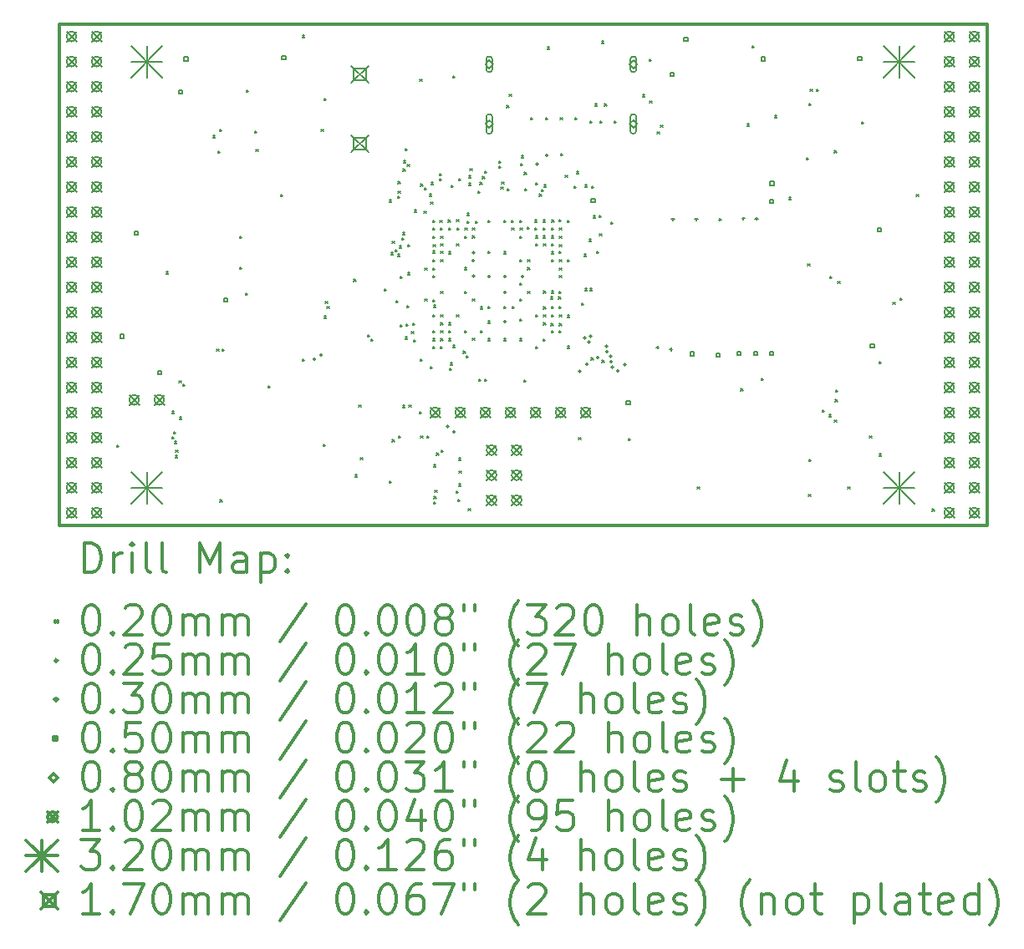
<source format=gbr>
%FSLAX45Y45*%
G04 Gerber Fmt 4.5, Leading zero omitted, Abs format (unit mm)*
G04 Created by KiCad (PCBNEW 4.0.7+dfsg1-1) date Thu Oct 12 22:02:40 2017*
%MOMM*%
%LPD*%
G01*
G04 APERTURE LIST*
%ADD10C,0.127000*%
%ADD11C,0.300000*%
%ADD12C,0.200000*%
G04 APERTURE END LIST*
D10*
D11*
X9410000Y-6142000D02*
X9410000Y-11222000D01*
X18808000Y-6142000D02*
X9410000Y-6142000D01*
X18808000Y-11222000D02*
X18808000Y-6142000D01*
X9410000Y-11222000D02*
X18808000Y-11222000D01*
D12*
X9998000Y-10410000D02*
X10018000Y-10430000D01*
X10018000Y-10410000D02*
X9998000Y-10430000D01*
X10493771Y-8653299D02*
X10513771Y-8673299D01*
X10513771Y-8653299D02*
X10493771Y-8673299D01*
X10555187Y-10325526D02*
X10575187Y-10345526D01*
X10575187Y-10325526D02*
X10555187Y-10345526D01*
X10557972Y-10068392D02*
X10577972Y-10088392D01*
X10577972Y-10068392D02*
X10557972Y-10088392D01*
X10570316Y-10275043D02*
X10590316Y-10295043D01*
X10590316Y-10275043D02*
X10570316Y-10295043D01*
X10580671Y-10371655D02*
X10600671Y-10391655D01*
X10600671Y-10371655D02*
X10580671Y-10391655D01*
X10587368Y-10514871D02*
X10607368Y-10534871D01*
X10607368Y-10514871D02*
X10587368Y-10534871D01*
X10592360Y-10459757D02*
X10612360Y-10479757D01*
X10612360Y-10459757D02*
X10592360Y-10479757D01*
X10626851Y-9756275D02*
X10646851Y-9776275D01*
X10646851Y-9756275D02*
X10626851Y-9776275D01*
X10630117Y-10127790D02*
X10650117Y-10147790D01*
X10650117Y-10127790D02*
X10630117Y-10147790D01*
X10664117Y-9793541D02*
X10684117Y-9813541D01*
X10684117Y-9793541D02*
X10664117Y-9813541D01*
X10972800Y-7273000D02*
X10992800Y-7293000D01*
X10992800Y-7273000D02*
X10972800Y-7293000D01*
X11009310Y-9438989D02*
X11029310Y-9458989D01*
X11029310Y-9438989D02*
X11009310Y-9458989D01*
X11021352Y-7428070D02*
X11041352Y-7448070D01*
X11041352Y-7428070D02*
X11021352Y-7448070D01*
X11038300Y-7211500D02*
X11058300Y-7231500D01*
X11058300Y-7211500D02*
X11038300Y-7231500D01*
X11042966Y-10966034D02*
X11062966Y-10986034D01*
X11062966Y-10966034D02*
X11042966Y-10986034D01*
X11061873Y-9435178D02*
X11081873Y-9455178D01*
X11081873Y-9435178D02*
X11061873Y-9455178D01*
X11241500Y-8291000D02*
X11261500Y-8311000D01*
X11261500Y-8291000D02*
X11241500Y-8311000D01*
X11241500Y-8608500D02*
X11261500Y-8628500D01*
X11261500Y-8608500D02*
X11241500Y-8628500D01*
X11298000Y-8870000D02*
X11318000Y-8890000D01*
X11318000Y-8870000D02*
X11298000Y-8890000D01*
X11311224Y-6814440D02*
X11331224Y-6834440D01*
X11331224Y-6814440D02*
X11311224Y-6834440D01*
X11393900Y-7224200D02*
X11413900Y-7244200D01*
X11413900Y-7224200D02*
X11393900Y-7244200D01*
X11406600Y-7414700D02*
X11426600Y-7434700D01*
X11426600Y-7414700D02*
X11406600Y-7434700D01*
X11530468Y-9806782D02*
X11550468Y-9826782D01*
X11550468Y-9806782D02*
X11530468Y-9826782D01*
X11655434Y-7867799D02*
X11675434Y-7887799D01*
X11675434Y-7867799D02*
X11655434Y-7887799D01*
X11874380Y-9539822D02*
X11894380Y-9559822D01*
X11894380Y-9539822D02*
X11874380Y-9559822D01*
X11875869Y-6255897D02*
X11895869Y-6275897D01*
X11895869Y-6255897D02*
X11875869Y-6275897D01*
X12067000Y-7211500D02*
X12087000Y-7231500D01*
X12087000Y-7211500D02*
X12067000Y-7231500D01*
X12090313Y-10403113D02*
X12110313Y-10423113D01*
X12110313Y-10403113D02*
X12090313Y-10423113D01*
X12094120Y-9102507D02*
X12114120Y-9122507D01*
X12114120Y-9102507D02*
X12094120Y-9122507D01*
X12098665Y-6897853D02*
X12118665Y-6917853D01*
X12118665Y-6897853D02*
X12098665Y-6917853D01*
X12110622Y-8956298D02*
X12130622Y-8976298D01*
X12130622Y-8956298D02*
X12110622Y-8976298D01*
X12126901Y-9006422D02*
X12146901Y-9026422D01*
X12146901Y-9006422D02*
X12126901Y-9026422D01*
X12398000Y-8730000D02*
X12418000Y-8750000D01*
X12418000Y-8730000D02*
X12398000Y-8750000D01*
X12398000Y-8730000D02*
X12418000Y-8750000D01*
X12418000Y-8730000D02*
X12398000Y-8750000D01*
X12410242Y-10710764D02*
X12430242Y-10730764D01*
X12430242Y-10710764D02*
X12410242Y-10730764D01*
X12448000Y-10005500D02*
X12468000Y-10025500D01*
X12468000Y-10005500D02*
X12448000Y-10025500D01*
X12464182Y-10539469D02*
X12484182Y-10559469D01*
X12484182Y-10539469D02*
X12464182Y-10559469D01*
X12538000Y-9290000D02*
X12558000Y-9310000D01*
X12558000Y-9290000D02*
X12538000Y-9310000D01*
X12572728Y-9335266D02*
X12592728Y-9355266D01*
X12592728Y-9335266D02*
X12572728Y-9355266D01*
X12704513Y-8827908D02*
X12724513Y-8847908D01*
X12724513Y-8827908D02*
X12704513Y-8847908D01*
X12754366Y-7925556D02*
X12774366Y-7945556D01*
X12774366Y-7925556D02*
X12754366Y-7945556D01*
X12755664Y-10771679D02*
X12775664Y-10791679D01*
X12775664Y-10771679D02*
X12755664Y-10791679D01*
X12772416Y-8458897D02*
X12792416Y-8478897D01*
X12792416Y-8458897D02*
X12772416Y-8478897D01*
X12785133Y-10356640D02*
X12805133Y-10376640D01*
X12805133Y-10356640D02*
X12785133Y-10376640D01*
X12786626Y-8342795D02*
X12806626Y-8362795D01*
X12806626Y-8342795D02*
X12786626Y-8362795D01*
X12815628Y-8428729D02*
X12835628Y-8448729D01*
X12835628Y-8428729D02*
X12815628Y-8448729D01*
X12822131Y-8943995D02*
X12842131Y-8963995D01*
X12842131Y-8943995D02*
X12822131Y-8963995D01*
X12838971Y-8476738D02*
X12858971Y-8496738D01*
X12858971Y-8476738D02*
X12838971Y-8496738D01*
X12841590Y-7889418D02*
X12861590Y-7909418D01*
X12861590Y-7889418D02*
X12841590Y-7909418D01*
X12844557Y-7737658D02*
X12864557Y-7757658D01*
X12864557Y-7737658D02*
X12844557Y-7757658D01*
X12846973Y-7836992D02*
X12866973Y-7856992D01*
X12866973Y-7836992D02*
X12846973Y-7856992D01*
X12850280Y-10316052D02*
X12870280Y-10336052D01*
X12870280Y-10316052D02*
X12850280Y-10336052D01*
X12856960Y-8392024D02*
X12876960Y-8412024D01*
X12876960Y-8392024D02*
X12856960Y-8412024D01*
X12867063Y-9190984D02*
X12887063Y-9210984D01*
X12887063Y-9190984D02*
X12867063Y-9210984D01*
X12867665Y-8701088D02*
X12887665Y-8721088D01*
X12887665Y-8701088D02*
X12867665Y-8721088D01*
X12884885Y-8308326D02*
X12904885Y-8328326D01*
X12904885Y-8308326D02*
X12884885Y-8328326D01*
X12890520Y-10007480D02*
X12910520Y-10027480D01*
X12910520Y-10007480D02*
X12890520Y-10027480D01*
X12891675Y-8256064D02*
X12911675Y-8276064D01*
X12911675Y-8256064D02*
X12891675Y-8276064D01*
X12896163Y-7612957D02*
X12916163Y-7632957D01*
X12916163Y-7612957D02*
X12896163Y-7632957D01*
X12902225Y-7526361D02*
X12922225Y-7546361D01*
X12922225Y-7526361D02*
X12902225Y-7546361D01*
X12915222Y-7404246D02*
X12935222Y-7424246D01*
X12935222Y-7404246D02*
X12915222Y-7424246D01*
X12915467Y-9314463D02*
X12935467Y-9334463D01*
X12935467Y-9314463D02*
X12915467Y-9334463D01*
X12923676Y-9183899D02*
X12943676Y-9203899D01*
X12943676Y-9183899D02*
X12923676Y-9203899D01*
X12935918Y-8993919D02*
X12955918Y-9013919D01*
X12955918Y-8993919D02*
X12935918Y-9013919D01*
X12939334Y-7563781D02*
X12959334Y-7583781D01*
X12959334Y-7563781D02*
X12939334Y-7583781D01*
X12941393Y-8376098D02*
X12961393Y-8396098D01*
X12961393Y-8376098D02*
X12941393Y-8396098D01*
X12944260Y-8660352D02*
X12964260Y-8680352D01*
X12964260Y-8660352D02*
X12944260Y-8680352D01*
X12956000Y-10005500D02*
X12976000Y-10025500D01*
X12976000Y-10005500D02*
X12956000Y-10025500D01*
X12980206Y-9257825D02*
X13000206Y-9277825D01*
X13000206Y-9257825D02*
X12980206Y-9277825D01*
X12992293Y-9173424D02*
X13012293Y-9193424D01*
X13012293Y-9173424D02*
X12992293Y-9193424D01*
X13004130Y-9342914D02*
X13024130Y-9362914D01*
X13024130Y-9342914D02*
X13004130Y-9362914D01*
X13009682Y-8027773D02*
X13029682Y-8047773D01*
X13029682Y-8027773D02*
X13009682Y-8047773D01*
X13059238Y-10069000D02*
X13079238Y-10089000D01*
X13079238Y-10069000D02*
X13059238Y-10089000D01*
X13066199Y-6701962D02*
X13086199Y-6721962D01*
X13086199Y-6701962D02*
X13066199Y-6721962D01*
X13070707Y-9535414D02*
X13090707Y-9555414D01*
X13090707Y-9535414D02*
X13070707Y-9555414D01*
X13073949Y-10316052D02*
X13093949Y-10336052D01*
X13093949Y-10316052D02*
X13073949Y-10336052D01*
X13075683Y-7764262D02*
X13095683Y-7784262D01*
X13095683Y-7764262D02*
X13075683Y-7784262D01*
X13108000Y-8040000D02*
X13128000Y-8060000D01*
X13128000Y-8040000D02*
X13108000Y-8060000D01*
X13113091Y-7801384D02*
X13133091Y-7821384D01*
X13133091Y-7801384D02*
X13113091Y-7821384D01*
X13115453Y-8615136D02*
X13135453Y-8635136D01*
X13135453Y-8615136D02*
X13115453Y-8635136D01*
X13118000Y-8930000D02*
X13138000Y-8950000D01*
X13138000Y-8930000D02*
X13118000Y-8950000D01*
X13135385Y-10316052D02*
X13155385Y-10336052D01*
X13155385Y-10316052D02*
X13135385Y-10336052D01*
X13160933Y-7864587D02*
X13180933Y-7884587D01*
X13180933Y-7864587D02*
X13160933Y-7884587D01*
X13170890Y-9612737D02*
X13190890Y-9632737D01*
X13190890Y-9612737D02*
X13170890Y-9632737D01*
X13174731Y-7948989D02*
X13194731Y-7968989D01*
X13194731Y-7948989D02*
X13174731Y-7968989D01*
X13182329Y-7748485D02*
X13202329Y-7768485D01*
X13202329Y-7748485D02*
X13182329Y-7768485D01*
X13197765Y-9087799D02*
X13217765Y-9107799D01*
X13217765Y-9087799D02*
X13197765Y-9107799D01*
X13197789Y-8617215D02*
X13217789Y-8637215D01*
X13217789Y-8617215D02*
X13197789Y-8637215D01*
X13197962Y-8532814D02*
X13217962Y-8552814D01*
X13217962Y-8532814D02*
X13197962Y-8552814D01*
X13198000Y-8440334D02*
X13218000Y-8460334D01*
X13218000Y-8440334D02*
X13198000Y-8460334D01*
X13198000Y-8130000D02*
X13218000Y-8150000D01*
X13218000Y-8130000D02*
X13198000Y-8150000D01*
X13198000Y-8207799D02*
X13218000Y-8227799D01*
X13218000Y-8207799D02*
X13198000Y-8227799D01*
X13198000Y-8690000D02*
X13218000Y-8710000D01*
X13218000Y-8690000D02*
X13198000Y-8710000D01*
X13198000Y-8934402D02*
X13218000Y-8954402D01*
X13218000Y-8934402D02*
X13198000Y-8954402D01*
X13198000Y-9250000D02*
X13218000Y-9270000D01*
X13218000Y-9250000D02*
X13198000Y-9270000D01*
X13198000Y-9330000D02*
X13218000Y-9350000D01*
X13218000Y-9330000D02*
X13198000Y-9350000D01*
X13198000Y-9410000D02*
X13218000Y-9430000D01*
X13218000Y-9410000D02*
X13198000Y-9430000D01*
X13198482Y-8292201D02*
X13218482Y-8312201D01*
X13218482Y-8292201D02*
X13198482Y-8312201D01*
X13201744Y-8376602D02*
X13221744Y-8396602D01*
X13221744Y-8376602D02*
X13201744Y-8396602D01*
X13204611Y-10984026D02*
X13224611Y-11004026D01*
X13224611Y-10984026D02*
X13204611Y-11004026D01*
X13205608Y-8993095D02*
X13225608Y-9013095D01*
X13225608Y-8993095D02*
X13205608Y-9013095D01*
X13206286Y-10608587D02*
X13226286Y-10628587D01*
X13226286Y-10608587D02*
X13206286Y-10628587D01*
X13208900Y-10931500D02*
X13228900Y-10951500D01*
X13228900Y-10931500D02*
X13208900Y-10951500D01*
X13218000Y-10870000D02*
X13238000Y-10890000D01*
X13238000Y-10870000D02*
X13218000Y-10890000D01*
X13234844Y-10489450D02*
X13254844Y-10509450D01*
X13254844Y-10489450D02*
X13234844Y-10509450D01*
X13263724Y-7657621D02*
X13283724Y-7677621D01*
X13283724Y-7657621D02*
X13263724Y-7677621D01*
X13266117Y-7710267D02*
X13286117Y-7730267D01*
X13286117Y-7710267D02*
X13266117Y-7730267D01*
X13268333Y-8129999D02*
X13288333Y-8149999D01*
X13288333Y-8129999D02*
X13268333Y-8149999D01*
X13271035Y-8207799D02*
X13291035Y-8227799D01*
X13291035Y-8207799D02*
X13271035Y-8227799D01*
X13274623Y-9409707D02*
X13294623Y-9429707D01*
X13294623Y-9409707D02*
X13274623Y-9429707D01*
X13277580Y-8532814D02*
X13297580Y-8552814D01*
X13297580Y-8532814D02*
X13277580Y-8552814D01*
X13278000Y-8292201D02*
X13298000Y-8312201D01*
X13298000Y-8292201D02*
X13278000Y-8312201D01*
X13278000Y-8850000D02*
X13298000Y-8870000D01*
X13298000Y-8850000D02*
X13278000Y-8870000D01*
X13278000Y-9090000D02*
X13298000Y-9110000D01*
X13298000Y-9090000D02*
X13278000Y-9110000D01*
X13278000Y-9170000D02*
X13298000Y-9190000D01*
X13298000Y-9170000D02*
X13278000Y-9190000D01*
X13278000Y-9250000D02*
X13298000Y-9270000D01*
X13298000Y-9250000D02*
X13278000Y-9270000D01*
X13278000Y-9330000D02*
X13298000Y-9350000D01*
X13298000Y-9330000D02*
X13278000Y-9350000D01*
X13278042Y-8446122D02*
X13298042Y-8466122D01*
X13298042Y-8446122D02*
X13278042Y-8466122D01*
X13278650Y-8367799D02*
X13298650Y-8387799D01*
X13298650Y-8367799D02*
X13278650Y-8387799D01*
X13283696Y-10459892D02*
X13303696Y-10479892D01*
X13303696Y-10459892D02*
X13283696Y-10479892D01*
X13352734Y-8129641D02*
X13372734Y-8149641D01*
X13372734Y-8129641D02*
X13352734Y-8149641D01*
X13355436Y-8207799D02*
X13375436Y-8227799D01*
X13375436Y-8207799D02*
X13355436Y-8227799D01*
X13357194Y-8449520D02*
X13377194Y-8469520D01*
X13377194Y-8449520D02*
X13357194Y-8469520D01*
X13358000Y-9170000D02*
X13378000Y-9190000D01*
X13378000Y-9170000D02*
X13358000Y-9190000D01*
X13358000Y-9250000D02*
X13378000Y-9270000D01*
X13378000Y-9250000D02*
X13358000Y-9270000D01*
X13358567Y-9330248D02*
X13378567Y-9350248D01*
X13378567Y-9330248D02*
X13358567Y-9350248D01*
X13366285Y-9629515D02*
X13386285Y-9649515D01*
X13386285Y-9629515D02*
X13366285Y-9649515D01*
X13375239Y-9577580D02*
X13395239Y-9597580D01*
X13395239Y-9577580D02*
X13375239Y-9597580D01*
X13382219Y-7775484D02*
X13402219Y-7795484D01*
X13402219Y-7775484D02*
X13382219Y-7795484D01*
X13397916Y-6668615D02*
X13417916Y-6688615D01*
X13417916Y-6668615D02*
X13397916Y-6688615D01*
X13401302Y-9399908D02*
X13421302Y-9419908D01*
X13421302Y-9399908D02*
X13401302Y-9419908D01*
X13436400Y-10874197D02*
X13456400Y-10894197D01*
X13456400Y-10874197D02*
X13436400Y-10894197D01*
X13437135Y-8124791D02*
X13457135Y-8144791D01*
X13457135Y-8124791D02*
X13437135Y-8144791D01*
X13438000Y-8370000D02*
X13458000Y-8390000D01*
X13458000Y-8370000D02*
X13438000Y-8390000D01*
X13438000Y-9090000D02*
X13458000Y-9110000D01*
X13458000Y-9090000D02*
X13438000Y-9110000D01*
X13440141Y-8207758D02*
X13460141Y-8227758D01*
X13460141Y-8207758D02*
X13440141Y-8227758D01*
X13453687Y-10961995D02*
X13473687Y-10981995D01*
X13473687Y-10961995D02*
X13453687Y-10981995D01*
X13457587Y-10803159D02*
X13477587Y-10823159D01*
X13477587Y-10803159D02*
X13457587Y-10823159D01*
X13460201Y-7710000D02*
X13480201Y-7730000D01*
X13480201Y-7710000D02*
X13460201Y-7730000D01*
X13460735Y-10540845D02*
X13480735Y-10560845D01*
X13480735Y-10540845D02*
X13460735Y-10560845D01*
X13465065Y-10671051D02*
X13485065Y-10691051D01*
X13485065Y-10671051D02*
X13465065Y-10691051D01*
X13507267Y-9458948D02*
X13527267Y-9478948D01*
X13527267Y-9458948D02*
X13507267Y-9478948D01*
X13517331Y-8851860D02*
X13537331Y-8871860D01*
X13537331Y-8851860D02*
X13517331Y-8871860D01*
X13518000Y-8292201D02*
X13538000Y-8312201D01*
X13538000Y-8292201D02*
X13518000Y-8312201D01*
X13518000Y-8610000D02*
X13538000Y-8630000D01*
X13538000Y-8610000D02*
X13518000Y-8630000D01*
X13518000Y-9250000D02*
X13538000Y-9270000D01*
X13538000Y-9250000D02*
X13518000Y-9270000D01*
X13524542Y-8207681D02*
X13544542Y-8227681D01*
X13544542Y-8207681D02*
X13524542Y-8227681D01*
X13535699Y-9501881D02*
X13555699Y-9521881D01*
X13555699Y-9501881D02*
X13535699Y-9521881D01*
X13546744Y-8060230D02*
X13566744Y-8080230D01*
X13566744Y-8060230D02*
X13546744Y-8080230D01*
X13546744Y-8138922D02*
X13566744Y-8158922D01*
X13566744Y-8138922D02*
X13546744Y-8158922D01*
X13555656Y-11051071D02*
X13575656Y-11071071D01*
X13575656Y-11051071D02*
X13555656Y-11071071D01*
X13559498Y-7754855D02*
X13579498Y-7774855D01*
X13579498Y-7754855D02*
X13559498Y-7774855D01*
X13562542Y-7680938D02*
X13582542Y-7700938D01*
X13582542Y-7680938D02*
X13562542Y-7700938D01*
X13573070Y-7610061D02*
X13593070Y-7630061D01*
X13593070Y-7610061D02*
X13573070Y-7630061D01*
X13598000Y-8210000D02*
X13618000Y-8230000D01*
X13618000Y-8210000D02*
X13598000Y-8230000D01*
X13598000Y-8290000D02*
X13618000Y-8310000D01*
X13618000Y-8290000D02*
X13598000Y-8310000D01*
X13598517Y-8929483D02*
X13618517Y-8949483D01*
X13618517Y-8929483D02*
X13598517Y-8949483D01*
X13599596Y-9326965D02*
X13619596Y-9346965D01*
X13619596Y-9326965D02*
X13599596Y-9346965D01*
X13631144Y-8139731D02*
X13651144Y-8159731D01*
X13651144Y-8139731D02*
X13631144Y-8159731D01*
X13653412Y-7835167D02*
X13673412Y-7855167D01*
X13673412Y-7835167D02*
X13653412Y-7855167D01*
X13664090Y-9741450D02*
X13684090Y-9761450D01*
X13684090Y-9741450D02*
X13664090Y-9761450D01*
X13675600Y-7746298D02*
X13695600Y-7766298D01*
X13695600Y-7746298D02*
X13675600Y-7766298D01*
X13678000Y-9250000D02*
X13698000Y-9270000D01*
X13698000Y-9250000D02*
X13678000Y-9270000D01*
X13678517Y-9009483D02*
X13698517Y-9029483D01*
X13698517Y-9009483D02*
X13678517Y-9029483D01*
X13700695Y-7687992D02*
X13720695Y-7707992D01*
X13720695Y-7687992D02*
X13700695Y-7707992D01*
X13719559Y-9743802D02*
X13739559Y-9763802D01*
X13739559Y-9743802D02*
X13719559Y-9763802D01*
X13720873Y-7631502D02*
X13740873Y-7651502D01*
X13740873Y-7631502D02*
X13720873Y-7651502D01*
X13755905Y-9153803D02*
X13775905Y-9173803D01*
X13775905Y-9153803D02*
X13755905Y-9173803D01*
X13758000Y-8130000D02*
X13778000Y-8150000D01*
X13778000Y-8130000D02*
X13758000Y-8150000D01*
X13758000Y-9007299D02*
X13778000Y-9027299D01*
X13778000Y-9007299D02*
X13758000Y-9027299D01*
X13758000Y-9330000D02*
X13778000Y-9350000D01*
X13778000Y-9330000D02*
X13758000Y-9350000D01*
X13758056Y-8443409D02*
X13778056Y-8463409D01*
X13778056Y-8443409D02*
X13758056Y-8463409D01*
X13867568Y-7584299D02*
X13887568Y-7604299D01*
X13887568Y-7584299D02*
X13867568Y-7604299D01*
X13867920Y-7530076D02*
X13887920Y-7550076D01*
X13887920Y-7530076D02*
X13867920Y-7550076D01*
X13886806Y-7794095D02*
X13906806Y-7814095D01*
X13906806Y-7794095D02*
X13886806Y-7814095D01*
X13894936Y-7742024D02*
X13914936Y-7762024D01*
X13914936Y-7742024D02*
X13894936Y-7762024D01*
X13917252Y-8451135D02*
X13937252Y-8471135D01*
X13937252Y-8451135D02*
X13917252Y-8471135D01*
X13918000Y-8130000D02*
X13938000Y-8150000D01*
X13938000Y-8130000D02*
X13918000Y-8150000D01*
X13918000Y-9002299D02*
X13938000Y-9022299D01*
X13938000Y-9002299D02*
X13918000Y-9022299D01*
X13918000Y-9330000D02*
X13938000Y-9350000D01*
X13938000Y-9330000D02*
X13918000Y-9350000D01*
X13947561Y-6969286D02*
X13967561Y-6989286D01*
X13967561Y-6969286D02*
X13947561Y-6989286D01*
X13948512Y-7810586D02*
X13968512Y-7830586D01*
X13968512Y-7810586D02*
X13948512Y-7830586D01*
X13972000Y-6856567D02*
X13992000Y-6876567D01*
X13992000Y-6856567D02*
X13972000Y-6876567D01*
X13993599Y-8130000D02*
X14013599Y-8150000D01*
X14013599Y-8130000D02*
X13993599Y-8150000D01*
X13998000Y-8210000D02*
X14018000Y-8230000D01*
X14018000Y-8210000D02*
X13998000Y-8230000D01*
X13999489Y-9002299D02*
X14019489Y-9022299D01*
X14019489Y-9002299D02*
X13999489Y-9022299D01*
X14076403Y-8294140D02*
X14096403Y-8314140D01*
X14096403Y-8294140D02*
X14076403Y-8314140D01*
X14077419Y-9133335D02*
X14097419Y-9153335D01*
X14097419Y-9133335D02*
X14077419Y-9153335D01*
X14078000Y-8130000D02*
X14098000Y-8150000D01*
X14098000Y-8130000D02*
X14078000Y-8150000D01*
X14078000Y-8530000D02*
X14098000Y-8550000D01*
X14098000Y-8530000D02*
X14078000Y-8550000D01*
X14078000Y-8770000D02*
X14098000Y-8790000D01*
X14098000Y-8770000D02*
X14078000Y-8790000D01*
X14078000Y-8930000D02*
X14098000Y-8950000D01*
X14098000Y-8930000D02*
X14078000Y-8950000D01*
X14078000Y-9330000D02*
X14098000Y-9350000D01*
X14098000Y-9330000D02*
X14078000Y-9350000D01*
X14082401Y-8207928D02*
X14102401Y-8227928D01*
X14102401Y-8207928D02*
X14082401Y-8227928D01*
X14088006Y-7558194D02*
X14108006Y-7578194D01*
X14108006Y-7558194D02*
X14088006Y-7578194D01*
X14094664Y-7477380D02*
X14114664Y-7497380D01*
X14114664Y-7477380D02*
X14094664Y-7497380D01*
X14118000Y-9750000D02*
X14138000Y-9770000D01*
X14138000Y-9750000D02*
X14118000Y-9770000D01*
X14124297Y-7645500D02*
X14144297Y-7665500D01*
X14144297Y-7645500D02*
X14124297Y-7665500D01*
X14128016Y-7812697D02*
X14148016Y-7832697D01*
X14148016Y-7812697D02*
X14128016Y-7832697D01*
X14155799Y-8203034D02*
X14175799Y-8223034D01*
X14175799Y-8203034D02*
X14155799Y-8223034D01*
X14158000Y-8530000D02*
X14178000Y-8550000D01*
X14178000Y-8530000D02*
X14158000Y-8550000D01*
X14158000Y-8610000D02*
X14178000Y-8630000D01*
X14178000Y-8610000D02*
X14158000Y-8630000D01*
X14158000Y-8850000D02*
X14178000Y-8870000D01*
X14178000Y-8850000D02*
X14158000Y-8870000D01*
X14190056Y-7090851D02*
X14210056Y-7110851D01*
X14210056Y-7090851D02*
X14190056Y-7110851D01*
X14229642Y-8209139D02*
X14249642Y-8229139D01*
X14249642Y-8209139D02*
X14229642Y-8229139D01*
X14231398Y-8128224D02*
X14251398Y-8148224D01*
X14251398Y-8128224D02*
X14231398Y-8148224D01*
X14237355Y-8289891D02*
X14257355Y-8309891D01*
X14257355Y-8289891D02*
X14237355Y-8309891D01*
X14238000Y-7750000D02*
X14258000Y-7770000D01*
X14258000Y-7750000D02*
X14238000Y-7770000D01*
X14238000Y-8370000D02*
X14258000Y-8390000D01*
X14258000Y-8370000D02*
X14238000Y-8390000D01*
X14238000Y-9090000D02*
X14258000Y-9110000D01*
X14258000Y-9090000D02*
X14238000Y-9110000D01*
X14238000Y-9410000D02*
X14258000Y-9430000D01*
X14258000Y-9410000D02*
X14238000Y-9430000D01*
X14275272Y-7865993D02*
X14295272Y-7885993D01*
X14295272Y-7865993D02*
X14275272Y-7885993D01*
X14300511Y-7819522D02*
X14320511Y-7839522D01*
X14320511Y-7819522D02*
X14300511Y-7839522D01*
X14315799Y-8127963D02*
X14335799Y-8147963D01*
X14335799Y-8127963D02*
X14315799Y-8147963D01*
X14315799Y-8210715D02*
X14335799Y-8230715D01*
X14335799Y-8210715D02*
X14315799Y-8230715D01*
X14315799Y-8290000D02*
X14335799Y-8310000D01*
X14335799Y-8290000D02*
X14315799Y-8310000D01*
X14315801Y-9332315D02*
X14335801Y-9352315D01*
X14335801Y-9332315D02*
X14315801Y-9352315D01*
X14317803Y-8849503D02*
X14337803Y-8869503D01*
X14337803Y-8849503D02*
X14317803Y-8869503D01*
X14318000Y-8370000D02*
X14338000Y-8390000D01*
X14338000Y-8370000D02*
X14318000Y-8390000D01*
X14318000Y-9090000D02*
X14338000Y-9110000D01*
X14338000Y-9090000D02*
X14318000Y-9110000D01*
X14318000Y-9170000D02*
X14338000Y-9190000D01*
X14338000Y-9170000D02*
X14318000Y-9190000D01*
X14318182Y-9010195D02*
X14338182Y-9030195D01*
X14338182Y-9010195D02*
X14318182Y-9030195D01*
X14323180Y-7771946D02*
X14343180Y-7791946D01*
X14343180Y-7771946D02*
X14323180Y-7791946D01*
X14338035Y-7091653D02*
X14358035Y-7111653D01*
X14358035Y-7091653D02*
X14338035Y-7111653D01*
X14355067Y-6376252D02*
X14375067Y-6396252D01*
X14375067Y-6376252D02*
X14355067Y-6396252D01*
X14388995Y-8907799D02*
X14408995Y-8927799D01*
X14408995Y-8907799D02*
X14388995Y-8927799D01*
X14396483Y-9177765D02*
X14416483Y-9197765D01*
X14416483Y-9177765D02*
X14396483Y-9197765D01*
X14398000Y-9090000D02*
X14418000Y-9110000D01*
X14418000Y-9090000D02*
X14398000Y-9110000D01*
X14398242Y-9003286D02*
X14418242Y-9023286D01*
X14418242Y-9003286D02*
X14398242Y-9023286D01*
X14398283Y-8848451D02*
X14418283Y-8868451D01*
X14418283Y-8848451D02*
X14398283Y-8868451D01*
X14400201Y-8208560D02*
X14420201Y-8228560D01*
X14420201Y-8208560D02*
X14400201Y-8228560D01*
X14400201Y-8290000D02*
X14420201Y-8310000D01*
X14420201Y-8290000D02*
X14400201Y-8310000D01*
X14400201Y-8370000D02*
X14420201Y-8390000D01*
X14420201Y-8370000D02*
X14400201Y-8390000D01*
X14400201Y-8450000D02*
X14420201Y-8470000D01*
X14420201Y-8450000D02*
X14400201Y-8470000D01*
X14400201Y-8529722D02*
X14420201Y-8549722D01*
X14420201Y-8529722D02*
X14400201Y-8549722D01*
X14400201Y-9250000D02*
X14420201Y-9270000D01*
X14420201Y-9250000D02*
X14400201Y-9270000D01*
X14404602Y-8127478D02*
X14424602Y-8147478D01*
X14424602Y-8127478D02*
X14404602Y-8147478D01*
X14471061Y-8907799D02*
X14491061Y-8927799D01*
X14491061Y-8907799D02*
X14471061Y-8927799D01*
X14476639Y-8123398D02*
X14496639Y-8143398D01*
X14496639Y-8123398D02*
X14476639Y-8143398D01*
X14476724Y-9006446D02*
X14496724Y-9026446D01*
X14496724Y-9006446D02*
X14476724Y-9026446D01*
X14477765Y-8852201D02*
X14497765Y-8872201D01*
X14497765Y-8852201D02*
X14477765Y-8872201D01*
X14477769Y-8443293D02*
X14497769Y-8463293D01*
X14497769Y-8443293D02*
X14477769Y-8463293D01*
X14478235Y-9247799D02*
X14498235Y-9267799D01*
X14498235Y-9247799D02*
X14478235Y-9267799D01*
X14478509Y-8207799D02*
X14498509Y-8227799D01*
X14498509Y-8207799D02*
X14478509Y-8227799D01*
X14478654Y-8528519D02*
X14498654Y-8548519D01*
X14498654Y-8528519D02*
X14478654Y-8548519D01*
X14478856Y-8689382D02*
X14498856Y-8709382D01*
X14498856Y-8689382D02*
X14478856Y-8709382D01*
X14479038Y-8376602D02*
X14499038Y-8396602D01*
X14499038Y-8376602D02*
X14479038Y-8396602D01*
X14479163Y-9090847D02*
X14499163Y-9110847D01*
X14499163Y-9090847D02*
X14479163Y-9110847D01*
X14479410Y-8292201D02*
X14499410Y-8312201D01*
X14499410Y-8292201D02*
X14479410Y-8312201D01*
X14479577Y-9177444D02*
X14499577Y-9197444D01*
X14499577Y-9177444D02*
X14479577Y-9197444D01*
X14480128Y-8616874D02*
X14500128Y-8636874D01*
X14500128Y-8616874D02*
X14480128Y-8636874D01*
X14487842Y-7092405D02*
X14507842Y-7112405D01*
X14507842Y-7092405D02*
X14487842Y-7112405D01*
X14491706Y-7455585D02*
X14511706Y-7475585D01*
X14511706Y-7455585D02*
X14491706Y-7475585D01*
X14539401Y-7673483D02*
X14559401Y-7693483D01*
X14559401Y-7673483D02*
X14539401Y-7693483D01*
X14558000Y-8130000D02*
X14578000Y-8150000D01*
X14578000Y-8130000D02*
X14558000Y-8150000D01*
X14558000Y-8532201D02*
X14578000Y-8552201D01*
X14578000Y-8532201D02*
X14558000Y-8552201D01*
X14558000Y-9407799D02*
X14578000Y-9427799D01*
X14578000Y-9407799D02*
X14558000Y-9427799D01*
X14561303Y-9092201D02*
X14581303Y-9112201D01*
X14581303Y-9092201D02*
X14561303Y-9112201D01*
X14628717Y-7783934D02*
X14648717Y-7803934D01*
X14648717Y-7783934D02*
X14628717Y-7803934D01*
X14636897Y-7089394D02*
X14656897Y-7109394D01*
X14656897Y-7089394D02*
X14636897Y-7109394D01*
X14652765Y-7636130D02*
X14672765Y-7656130D01*
X14672765Y-7636130D02*
X14652765Y-7656130D01*
X14674429Y-10335274D02*
X14694429Y-10355274D01*
X14694429Y-10335274D02*
X14674429Y-10355274D01*
X14702593Y-8970288D02*
X14722593Y-8990288D01*
X14722593Y-8970288D02*
X14702593Y-8990288D01*
X14732247Y-8475859D02*
X14752247Y-8495859D01*
X14752247Y-8475859D02*
X14732247Y-8495859D01*
X14737067Y-8822484D02*
X14757067Y-8842484D01*
X14757067Y-8822484D02*
X14737067Y-8842484D01*
X14738000Y-7772201D02*
X14758000Y-7792201D01*
X14758000Y-7772201D02*
X14738000Y-7792201D01*
X14779417Y-8323581D02*
X14799417Y-8343581D01*
X14799417Y-8323581D02*
X14779417Y-8343581D01*
X14788736Y-7127779D02*
X14808736Y-7147779D01*
X14808736Y-7127779D02*
X14788736Y-7147779D01*
X14789768Y-8822484D02*
X14809768Y-8842484D01*
X14809768Y-8822484D02*
X14789768Y-8842484D01*
X14800281Y-9523902D02*
X14820281Y-9543902D01*
X14820281Y-9523902D02*
X14800281Y-9543902D01*
X14806076Y-7788079D02*
X14826076Y-7808079D01*
X14826076Y-7788079D02*
X14806076Y-7808079D01*
X14823777Y-8087578D02*
X14843777Y-8107578D01*
X14843777Y-8087578D02*
X14823777Y-8107578D01*
X14837783Y-6951968D02*
X14857783Y-6971968D01*
X14857783Y-6951968D02*
X14837783Y-6971968D01*
X14856880Y-8445039D02*
X14876880Y-8465039D01*
X14876880Y-8445039D02*
X14856880Y-8465039D01*
X14883585Y-8079901D02*
X14903585Y-8099901D01*
X14903585Y-8079901D02*
X14883585Y-8099901D01*
X14887565Y-8265534D02*
X14907565Y-8285534D01*
X14907565Y-8265534D02*
X14887565Y-8285534D01*
X14889119Y-7127779D02*
X14909119Y-7147779D01*
X14909119Y-7127779D02*
X14889119Y-7147779D01*
X14908375Y-6315711D02*
X14928375Y-6335711D01*
X14928375Y-6315711D02*
X14908375Y-6335711D01*
X14910771Y-9550529D02*
X14930771Y-9570529D01*
X14930771Y-9550529D02*
X14910771Y-9570529D01*
X14937595Y-6951968D02*
X14957595Y-6971968D01*
X14957595Y-6951968D02*
X14937595Y-6971968D01*
X14998000Y-8150000D02*
X15018000Y-8170000D01*
X15018000Y-8150000D02*
X14998000Y-8170000D01*
X15035722Y-7127779D02*
X15055722Y-7147779D01*
X15055722Y-7127779D02*
X15035722Y-7147779D01*
X15179638Y-10341072D02*
X15199638Y-10361072D01*
X15199638Y-10341072D02*
X15179638Y-10361072D01*
X15322234Y-6857342D02*
X15342234Y-6877342D01*
X15342234Y-6857342D02*
X15322234Y-6877342D01*
X15388420Y-6497712D02*
X15408420Y-6517712D01*
X15408420Y-6497712D02*
X15388420Y-6517712D01*
X15394400Y-6919400D02*
X15414400Y-6939400D01*
X15414400Y-6919400D02*
X15394400Y-6939400D01*
X15469400Y-7232600D02*
X15489400Y-7252600D01*
X15489400Y-7232600D02*
X15469400Y-7252600D01*
X15504936Y-7166453D02*
X15524936Y-7186453D01*
X15524936Y-7166453D02*
X15504936Y-7186453D01*
X15877000Y-10831000D02*
X15897000Y-10851000D01*
X15897000Y-10831000D02*
X15877000Y-10851000D01*
X16317742Y-9840172D02*
X16337742Y-9860172D01*
X16337742Y-9840172D02*
X16317742Y-9860172D01*
X16380885Y-7155186D02*
X16400885Y-7175186D01*
X16400885Y-7155186D02*
X16380885Y-7175186D01*
X16433388Y-6363745D02*
X16453388Y-6383745D01*
X16453388Y-6363745D02*
X16433388Y-6383745D01*
X16524921Y-9732292D02*
X16544921Y-9752292D01*
X16544921Y-9732292D02*
X16524921Y-9752292D01*
X16657891Y-7070355D02*
X16677891Y-7090355D01*
X16677891Y-7070355D02*
X16657891Y-7090355D01*
X16806644Y-7900804D02*
X16826644Y-7920804D01*
X16826644Y-7900804D02*
X16806644Y-7920804D01*
X16979535Y-7499299D02*
X16999535Y-7519299D01*
X16999535Y-7499299D02*
X16979535Y-7519299D01*
X16994600Y-8570400D02*
X17014600Y-8590400D01*
X17014600Y-8570400D02*
X16994600Y-8590400D01*
X17002604Y-10911247D02*
X17022604Y-10931247D01*
X17022604Y-10911247D02*
X17002604Y-10931247D01*
X17005773Y-10556635D02*
X17025773Y-10576635D01*
X17025773Y-10556635D02*
X17005773Y-10576635D01*
X17008296Y-6947101D02*
X17028296Y-6967101D01*
X17028296Y-6947101D02*
X17008296Y-6967101D01*
X17020000Y-6805100D02*
X17040000Y-6825100D01*
X17040000Y-6805100D02*
X17020000Y-6825100D01*
X17085000Y-6802556D02*
X17105000Y-6822556D01*
X17105000Y-6802556D02*
X17085000Y-6822556D01*
X17144030Y-10054574D02*
X17164030Y-10074574D01*
X17164030Y-10054574D02*
X17144030Y-10074574D01*
X17209336Y-10100566D02*
X17229336Y-10120566D01*
X17229336Y-10100566D02*
X17209336Y-10120566D01*
X17218956Y-8702405D02*
X17238956Y-8722405D01*
X17238956Y-8702405D02*
X17218956Y-8722405D01*
X17264664Y-7424799D02*
X17284664Y-7444799D01*
X17284664Y-7424799D02*
X17264664Y-7444799D01*
X17266127Y-10155168D02*
X17286127Y-10175168D01*
X17286127Y-10155168D02*
X17266127Y-10175168D01*
X17273463Y-9949992D02*
X17293463Y-9969992D01*
X17293463Y-9949992D02*
X17273463Y-9969992D01*
X17277992Y-9851865D02*
X17297992Y-9871865D01*
X17297992Y-9851865D02*
X17277992Y-9871865D01*
X17299400Y-8748200D02*
X17319400Y-8768200D01*
X17319400Y-8748200D02*
X17299400Y-8768200D01*
X17401000Y-10831000D02*
X17421000Y-10851000D01*
X17421000Y-10831000D02*
X17401000Y-10851000D01*
X17539563Y-7135743D02*
X17559563Y-7155743D01*
X17559563Y-7135743D02*
X17539563Y-7155743D01*
X17620559Y-10317981D02*
X17640559Y-10337981D01*
X17640559Y-10317981D02*
X17620559Y-10337981D01*
X17717400Y-10497912D02*
X17737400Y-10517912D01*
X17737400Y-10497912D02*
X17717400Y-10517912D01*
X17718500Y-9561000D02*
X17738500Y-9581000D01*
X17738500Y-9561000D02*
X17718500Y-9581000D01*
X17856591Y-8961390D02*
X17876591Y-8981390D01*
X17876591Y-8961390D02*
X17856591Y-8981390D01*
X17927598Y-8921781D02*
X17947598Y-8941781D01*
X17947598Y-8921781D02*
X17927598Y-8941781D01*
X18096500Y-7868500D02*
X18116500Y-7888500D01*
X18116500Y-7868500D02*
X18096500Y-7888500D01*
X18255436Y-11056584D02*
X18275436Y-11076584D01*
X18275436Y-11056584D02*
X18255436Y-11076584D01*
X12010516Y-9541295D02*
G75*
G03X12010516Y-9541295I-12700J0D01*
G01*
X12076103Y-9497760D02*
G75*
G03X12076103Y-9497760I-12700J0D01*
G01*
X13357629Y-10223262D02*
G75*
G03X13357629Y-10223262I-12700J0D01*
G01*
X13420141Y-10275223D02*
G75*
G03X13420141Y-10275223I-12700J0D01*
G01*
X13620700Y-8460000D02*
G75*
G03X13620700Y-8460000I-12700J0D01*
G01*
X13620700Y-8540000D02*
G75*
G03X13620700Y-8540000I-12700J0D01*
G01*
X13623799Y-8699540D02*
G75*
G03X13623799Y-8699540I-12700J0D01*
G01*
X13780700Y-8700000D02*
G75*
G03X13780700Y-8700000I-12700J0D01*
G01*
X13939164Y-9161521D02*
G75*
G03X13939164Y-9161521I-12700J0D01*
G01*
X13940700Y-8700000D02*
G75*
G03X13940700Y-8700000I-12700J0D01*
G01*
X13940700Y-8860000D02*
G75*
G03X13940700Y-8860000I-12700J0D01*
G01*
X14116986Y-8699500D02*
G75*
G03X14116986Y-8699500I-12700J0D01*
G01*
X14265799Y-7566284D02*
G75*
G03X14265799Y-7566284I-12700J0D01*
G01*
X14365259Y-7474977D02*
G75*
G03X14365259Y-7474977I-12700J0D01*
G01*
X14698950Y-9661750D02*
G75*
G03X14698950Y-9661750I-12700J0D01*
G01*
X14748323Y-9321914D02*
G75*
G03X14748323Y-9321914I-12700J0D01*
G01*
X14766147Y-9591326D02*
G75*
G03X14766147Y-9591326I-12700J0D01*
G01*
X14790471Y-9369101D02*
G75*
G03X14790471Y-9369101I-12700J0D01*
G01*
X14804230Y-9306098D02*
G75*
G03X14804230Y-9306098I-12700J0D01*
G01*
X14878093Y-9524901D02*
G75*
G03X14878093Y-9524901I-12700J0D01*
G01*
X14969298Y-9405479D02*
G75*
G03X14969298Y-9405479I-12700J0D01*
G01*
X14971152Y-9463550D02*
G75*
G03X14971152Y-9463550I-12700J0D01*
G01*
X15007952Y-9508512D02*
G75*
G03X15007952Y-9508512I-12700J0D01*
G01*
X15016044Y-9566047D02*
G75*
G03X15016044Y-9566047I-12700J0D01*
G01*
X15027622Y-9622983D02*
G75*
G03X15027622Y-9622983I-12700J0D01*
G01*
X15084750Y-9657580D02*
G75*
G03X15084750Y-9657580I-12700J0D01*
G01*
X15157504Y-9595169D02*
G75*
G03X15157504Y-9595169I-12700J0D01*
G01*
X15472629Y-9402136D02*
X15472629Y-9432136D01*
X15457629Y-9417136D02*
X15487629Y-9417136D01*
X15607711Y-9423078D02*
X15607711Y-9453078D01*
X15592711Y-9438078D02*
X15622711Y-9438078D01*
X15628000Y-8106084D02*
X15628000Y-8136084D01*
X15613000Y-8121084D02*
X15643000Y-8121084D01*
X15868000Y-8106084D02*
X15868000Y-8136084D01*
X15853000Y-8121084D02*
X15883000Y-8121084D01*
X16106799Y-8106612D02*
X16106799Y-8136612D01*
X16091799Y-8121612D02*
X16121799Y-8121612D01*
X16342203Y-8097066D02*
X16342203Y-8127066D01*
X16327203Y-8112066D02*
X16357203Y-8112066D01*
X16474183Y-8098057D02*
X16474183Y-8128057D01*
X16459183Y-8113057D02*
X16489183Y-8113057D01*
X10065668Y-9324068D02*
X10065668Y-9288713D01*
X10030313Y-9288713D01*
X10030313Y-9324068D01*
X10065668Y-9324068D01*
X10210884Y-8276183D02*
X10210884Y-8240827D01*
X10175529Y-8240827D01*
X10175529Y-8276183D01*
X10210884Y-8276183D01*
X10448586Y-9690837D02*
X10448586Y-9655482D01*
X10413231Y-9655482D01*
X10413231Y-9690837D01*
X10448586Y-9690837D01*
X10659458Y-6848926D02*
X10659458Y-6813570D01*
X10624103Y-6813570D01*
X10624103Y-6848926D01*
X10659458Y-6848926D01*
X10715159Y-6513075D02*
X10715159Y-6477720D01*
X10679803Y-6477720D01*
X10679803Y-6513075D01*
X10715159Y-6513075D01*
X11116778Y-8953678D02*
X11116778Y-8918322D01*
X11081422Y-8918322D01*
X11081422Y-8953678D01*
X11116778Y-8953678D01*
X11705728Y-6497972D02*
X11705728Y-6462616D01*
X11670372Y-6462616D01*
X11670372Y-6497972D01*
X11705728Y-6497972D01*
X14837878Y-7950378D02*
X14837878Y-7915022D01*
X14802522Y-7915022D01*
X14802522Y-7950378D01*
X14837878Y-7950378D01*
X15193478Y-9995078D02*
X15193478Y-9959722D01*
X15158122Y-9959722D01*
X15158122Y-9995078D01*
X15193478Y-9995078D01*
X15641236Y-6672514D02*
X15641236Y-6637158D01*
X15605880Y-6637158D01*
X15605880Y-6672514D01*
X15641236Y-6672514D01*
X15777678Y-6312078D02*
X15777678Y-6276722D01*
X15742322Y-6276722D01*
X15742322Y-6312078D01*
X15777678Y-6312078D01*
X15841046Y-9502939D02*
X15841046Y-9467584D01*
X15805691Y-9467584D01*
X15805691Y-9502939D01*
X15841046Y-9502939D01*
X16105267Y-9516553D02*
X16105267Y-9481197D01*
X16069912Y-9481197D01*
X16069912Y-9516553D01*
X16105267Y-9516553D01*
X16316953Y-9499696D02*
X16316953Y-9464341D01*
X16281597Y-9464341D01*
X16281597Y-9499696D01*
X16316953Y-9499696D01*
X16483055Y-9500233D02*
X16483055Y-9464877D01*
X16447699Y-9464877D01*
X16447699Y-9500233D01*
X16483055Y-9500233D01*
X16559402Y-6513144D02*
X16559402Y-6477789D01*
X16524047Y-6477789D01*
X16524047Y-6513144D01*
X16559402Y-6513144D01*
X16642573Y-7958481D02*
X16642573Y-7923125D01*
X16607218Y-7923125D01*
X16607218Y-7958481D01*
X16642573Y-7958481D01*
X16645678Y-9497678D02*
X16645678Y-9462322D01*
X16610322Y-9462322D01*
X16610322Y-9497678D01*
X16645678Y-9497678D01*
X16649839Y-7774906D02*
X16649839Y-7739550D01*
X16614484Y-7739550D01*
X16614484Y-7774906D01*
X16649839Y-7774906D01*
X17538711Y-6512572D02*
X17538711Y-6477216D01*
X17503355Y-6477216D01*
X17503355Y-6512572D01*
X17538711Y-6512572D01*
X17665108Y-9424587D02*
X17665108Y-9389232D01*
X17629753Y-9389232D01*
X17629753Y-9424587D01*
X17665108Y-9424587D01*
X17740669Y-8245813D02*
X17740669Y-8210457D01*
X17705313Y-8210457D01*
X17705313Y-8245813D01*
X17740669Y-8245813D01*
X13768000Y-6590000D02*
X13808000Y-6550000D01*
X13768000Y-6510000D01*
X13728000Y-6550000D01*
X13768000Y-6590000D01*
X13738000Y-6500000D02*
X13738000Y-6600000D01*
X13798000Y-6500000D02*
X13798000Y-6600000D01*
X13738000Y-6600000D02*
G75*
G03X13798000Y-6600000I30000J0D01*
G01*
X13798000Y-6500000D02*
G75*
G03X13738000Y-6500000I-30000J0D01*
G01*
X13768000Y-7195000D02*
X13808000Y-7155000D01*
X13768000Y-7115000D01*
X13728000Y-7155000D01*
X13768000Y-7195000D01*
X13738000Y-7085000D02*
X13738000Y-7225000D01*
X13798000Y-7085000D02*
X13798000Y-7225000D01*
X13738000Y-7225000D02*
G75*
G03X13798000Y-7225000I30000J0D01*
G01*
X13798000Y-7085000D02*
G75*
G03X13738000Y-7085000I-30000J0D01*
G01*
X15228000Y-6590000D02*
X15268000Y-6550000D01*
X15228000Y-6510000D01*
X15188000Y-6550000D01*
X15228000Y-6590000D01*
X15198000Y-6500000D02*
X15198000Y-6600000D01*
X15258000Y-6500000D02*
X15258000Y-6600000D01*
X15198000Y-6600000D02*
G75*
G03X15258000Y-6600000I30000J0D01*
G01*
X15258000Y-6500000D02*
G75*
G03X15198000Y-6500000I-30000J0D01*
G01*
X15228000Y-7195000D02*
X15268000Y-7155000D01*
X15228000Y-7115000D01*
X15188000Y-7155000D01*
X15228000Y-7195000D01*
X15198000Y-7085000D02*
X15198000Y-7225000D01*
X15258000Y-7085000D02*
X15258000Y-7225000D01*
X15198000Y-7225000D02*
G75*
G03X15258000Y-7225000I30000J0D01*
G01*
X15258000Y-7085000D02*
G75*
G03X15198000Y-7085000I-30000J0D01*
G01*
X9486200Y-6218200D02*
X9587800Y-6319800D01*
X9587800Y-6218200D02*
X9486200Y-6319800D01*
X9587800Y-6269000D02*
G75*
G03X9587800Y-6269000I-50800J0D01*
G01*
X9486200Y-6472200D02*
X9587800Y-6573800D01*
X9587800Y-6472200D02*
X9486200Y-6573800D01*
X9587800Y-6523000D02*
G75*
G03X9587800Y-6523000I-50800J0D01*
G01*
X9486200Y-6726200D02*
X9587800Y-6827800D01*
X9587800Y-6726200D02*
X9486200Y-6827800D01*
X9587800Y-6777000D02*
G75*
G03X9587800Y-6777000I-50800J0D01*
G01*
X9486200Y-6980200D02*
X9587800Y-7081800D01*
X9587800Y-6980200D02*
X9486200Y-7081800D01*
X9587800Y-7031000D02*
G75*
G03X9587800Y-7031000I-50800J0D01*
G01*
X9486200Y-7234200D02*
X9587800Y-7335800D01*
X9587800Y-7234200D02*
X9486200Y-7335800D01*
X9587800Y-7285000D02*
G75*
G03X9587800Y-7285000I-50800J0D01*
G01*
X9486200Y-7488200D02*
X9587800Y-7589800D01*
X9587800Y-7488200D02*
X9486200Y-7589800D01*
X9587800Y-7539000D02*
G75*
G03X9587800Y-7539000I-50800J0D01*
G01*
X9486200Y-7742200D02*
X9587800Y-7843800D01*
X9587800Y-7742200D02*
X9486200Y-7843800D01*
X9587800Y-7793000D02*
G75*
G03X9587800Y-7793000I-50800J0D01*
G01*
X9486200Y-7996200D02*
X9587800Y-8097800D01*
X9587800Y-7996200D02*
X9486200Y-8097800D01*
X9587800Y-8047000D02*
G75*
G03X9587800Y-8047000I-50800J0D01*
G01*
X9486200Y-8250200D02*
X9587800Y-8351800D01*
X9587800Y-8250200D02*
X9486200Y-8351800D01*
X9587800Y-8301000D02*
G75*
G03X9587800Y-8301000I-50800J0D01*
G01*
X9486200Y-8504200D02*
X9587800Y-8605800D01*
X9587800Y-8504200D02*
X9486200Y-8605800D01*
X9587800Y-8555000D02*
G75*
G03X9587800Y-8555000I-50800J0D01*
G01*
X9486200Y-8758200D02*
X9587800Y-8859800D01*
X9587800Y-8758200D02*
X9486200Y-8859800D01*
X9587800Y-8809000D02*
G75*
G03X9587800Y-8809000I-50800J0D01*
G01*
X9486200Y-9012200D02*
X9587800Y-9113800D01*
X9587800Y-9012200D02*
X9486200Y-9113800D01*
X9587800Y-9063000D02*
G75*
G03X9587800Y-9063000I-50800J0D01*
G01*
X9486200Y-9266200D02*
X9587800Y-9367800D01*
X9587800Y-9266200D02*
X9486200Y-9367800D01*
X9587800Y-9317000D02*
G75*
G03X9587800Y-9317000I-50800J0D01*
G01*
X9486200Y-9520200D02*
X9587800Y-9621800D01*
X9587800Y-9520200D02*
X9486200Y-9621800D01*
X9587800Y-9571000D02*
G75*
G03X9587800Y-9571000I-50800J0D01*
G01*
X9486200Y-9774200D02*
X9587800Y-9875800D01*
X9587800Y-9774200D02*
X9486200Y-9875800D01*
X9587800Y-9825000D02*
G75*
G03X9587800Y-9825000I-50800J0D01*
G01*
X9486200Y-10028200D02*
X9587800Y-10129800D01*
X9587800Y-10028200D02*
X9486200Y-10129800D01*
X9587800Y-10079000D02*
G75*
G03X9587800Y-10079000I-50800J0D01*
G01*
X9486200Y-10282200D02*
X9587800Y-10383800D01*
X9587800Y-10282200D02*
X9486200Y-10383800D01*
X9587800Y-10333000D02*
G75*
G03X9587800Y-10333000I-50800J0D01*
G01*
X9486200Y-10536200D02*
X9587800Y-10637800D01*
X9587800Y-10536200D02*
X9486200Y-10637800D01*
X9587800Y-10587000D02*
G75*
G03X9587800Y-10587000I-50800J0D01*
G01*
X9486200Y-10790200D02*
X9587800Y-10891800D01*
X9587800Y-10790200D02*
X9486200Y-10891800D01*
X9587800Y-10841000D02*
G75*
G03X9587800Y-10841000I-50800J0D01*
G01*
X9486200Y-11044200D02*
X9587800Y-11145800D01*
X9587800Y-11044200D02*
X9486200Y-11145800D01*
X9587800Y-11095000D02*
G75*
G03X9587800Y-11095000I-50800J0D01*
G01*
X9740200Y-6218200D02*
X9841800Y-6319800D01*
X9841800Y-6218200D02*
X9740200Y-6319800D01*
X9841800Y-6269000D02*
G75*
G03X9841800Y-6269000I-50800J0D01*
G01*
X9740200Y-6472200D02*
X9841800Y-6573800D01*
X9841800Y-6472200D02*
X9740200Y-6573800D01*
X9841800Y-6523000D02*
G75*
G03X9841800Y-6523000I-50800J0D01*
G01*
X9740200Y-6726200D02*
X9841800Y-6827800D01*
X9841800Y-6726200D02*
X9740200Y-6827800D01*
X9841800Y-6777000D02*
G75*
G03X9841800Y-6777000I-50800J0D01*
G01*
X9740200Y-6980200D02*
X9841800Y-7081800D01*
X9841800Y-6980200D02*
X9740200Y-7081800D01*
X9841800Y-7031000D02*
G75*
G03X9841800Y-7031000I-50800J0D01*
G01*
X9740200Y-7234200D02*
X9841800Y-7335800D01*
X9841800Y-7234200D02*
X9740200Y-7335800D01*
X9841800Y-7285000D02*
G75*
G03X9841800Y-7285000I-50800J0D01*
G01*
X9740200Y-7488200D02*
X9841800Y-7589800D01*
X9841800Y-7488200D02*
X9740200Y-7589800D01*
X9841800Y-7539000D02*
G75*
G03X9841800Y-7539000I-50800J0D01*
G01*
X9740200Y-7742200D02*
X9841800Y-7843800D01*
X9841800Y-7742200D02*
X9740200Y-7843800D01*
X9841800Y-7793000D02*
G75*
G03X9841800Y-7793000I-50800J0D01*
G01*
X9740200Y-7996200D02*
X9841800Y-8097800D01*
X9841800Y-7996200D02*
X9740200Y-8097800D01*
X9841800Y-8047000D02*
G75*
G03X9841800Y-8047000I-50800J0D01*
G01*
X9740200Y-8250200D02*
X9841800Y-8351800D01*
X9841800Y-8250200D02*
X9740200Y-8351800D01*
X9841800Y-8301000D02*
G75*
G03X9841800Y-8301000I-50800J0D01*
G01*
X9740200Y-8504200D02*
X9841800Y-8605800D01*
X9841800Y-8504200D02*
X9740200Y-8605800D01*
X9841800Y-8555000D02*
G75*
G03X9841800Y-8555000I-50800J0D01*
G01*
X9740200Y-8758200D02*
X9841800Y-8859800D01*
X9841800Y-8758200D02*
X9740200Y-8859800D01*
X9841800Y-8809000D02*
G75*
G03X9841800Y-8809000I-50800J0D01*
G01*
X9740200Y-9012200D02*
X9841800Y-9113800D01*
X9841800Y-9012200D02*
X9740200Y-9113800D01*
X9841800Y-9063000D02*
G75*
G03X9841800Y-9063000I-50800J0D01*
G01*
X9740200Y-9266200D02*
X9841800Y-9367800D01*
X9841800Y-9266200D02*
X9740200Y-9367800D01*
X9841800Y-9317000D02*
G75*
G03X9841800Y-9317000I-50800J0D01*
G01*
X9740200Y-9520200D02*
X9841800Y-9621800D01*
X9841800Y-9520200D02*
X9740200Y-9621800D01*
X9841800Y-9571000D02*
G75*
G03X9841800Y-9571000I-50800J0D01*
G01*
X9740200Y-9774200D02*
X9841800Y-9875800D01*
X9841800Y-9774200D02*
X9740200Y-9875800D01*
X9841800Y-9825000D02*
G75*
G03X9841800Y-9825000I-50800J0D01*
G01*
X9740200Y-10028200D02*
X9841800Y-10129800D01*
X9841800Y-10028200D02*
X9740200Y-10129800D01*
X9841800Y-10079000D02*
G75*
G03X9841800Y-10079000I-50800J0D01*
G01*
X9740200Y-10282200D02*
X9841800Y-10383800D01*
X9841800Y-10282200D02*
X9740200Y-10383800D01*
X9841800Y-10333000D02*
G75*
G03X9841800Y-10333000I-50800J0D01*
G01*
X9740200Y-10536200D02*
X9841800Y-10637800D01*
X9841800Y-10536200D02*
X9740200Y-10637800D01*
X9841800Y-10587000D02*
G75*
G03X9841800Y-10587000I-50800J0D01*
G01*
X9740200Y-10790200D02*
X9841800Y-10891800D01*
X9841800Y-10790200D02*
X9740200Y-10891800D01*
X9841800Y-10841000D02*
G75*
G03X9841800Y-10841000I-50800J0D01*
G01*
X9740200Y-11044200D02*
X9841800Y-11145800D01*
X9841800Y-11044200D02*
X9740200Y-11145800D01*
X9841800Y-11095000D02*
G75*
G03X9841800Y-11095000I-50800J0D01*
G01*
X10121200Y-9901200D02*
X10222800Y-10002800D01*
X10222800Y-9901200D02*
X10121200Y-10002800D01*
X10222800Y-9952000D02*
G75*
G03X10222800Y-9952000I-50800J0D01*
G01*
X10375200Y-9901200D02*
X10476800Y-10002800D01*
X10476800Y-9901200D02*
X10375200Y-10002800D01*
X10476800Y-9952000D02*
G75*
G03X10476800Y-9952000I-50800J0D01*
G01*
X13169200Y-10028200D02*
X13270800Y-10129800D01*
X13270800Y-10028200D02*
X13169200Y-10129800D01*
X13270800Y-10079000D02*
G75*
G03X13270800Y-10079000I-50800J0D01*
G01*
X13423200Y-10028200D02*
X13524800Y-10129800D01*
X13524800Y-10028200D02*
X13423200Y-10129800D01*
X13524800Y-10079000D02*
G75*
G03X13524800Y-10079000I-50800J0D01*
G01*
X13677200Y-10028200D02*
X13778800Y-10129800D01*
X13778800Y-10028200D02*
X13677200Y-10129800D01*
X13778800Y-10079000D02*
G75*
G03X13778800Y-10079000I-50800J0D01*
G01*
X13740700Y-10409200D02*
X13842300Y-10510800D01*
X13842300Y-10409200D02*
X13740700Y-10510800D01*
X13842300Y-10460000D02*
G75*
G03X13842300Y-10460000I-50800J0D01*
G01*
X13740700Y-10663200D02*
X13842300Y-10764800D01*
X13842300Y-10663200D02*
X13740700Y-10764800D01*
X13842300Y-10714000D02*
G75*
G03X13842300Y-10714000I-50800J0D01*
G01*
X13740700Y-10917200D02*
X13842300Y-11018800D01*
X13842300Y-10917200D02*
X13740700Y-11018800D01*
X13842300Y-10968000D02*
G75*
G03X13842300Y-10968000I-50800J0D01*
G01*
X13931200Y-10028200D02*
X14032800Y-10129800D01*
X14032800Y-10028200D02*
X13931200Y-10129800D01*
X14032800Y-10079000D02*
G75*
G03X14032800Y-10079000I-50800J0D01*
G01*
X13994700Y-10409200D02*
X14096300Y-10510800D01*
X14096300Y-10409200D02*
X13994700Y-10510800D01*
X14096300Y-10460000D02*
G75*
G03X14096300Y-10460000I-50800J0D01*
G01*
X13994700Y-10663200D02*
X14096300Y-10764800D01*
X14096300Y-10663200D02*
X13994700Y-10764800D01*
X14096300Y-10714000D02*
G75*
G03X14096300Y-10714000I-50800J0D01*
G01*
X13994700Y-10917200D02*
X14096300Y-11018800D01*
X14096300Y-10917200D02*
X13994700Y-11018800D01*
X14096300Y-10968000D02*
G75*
G03X14096300Y-10968000I-50800J0D01*
G01*
X14185200Y-10028200D02*
X14286800Y-10129800D01*
X14286800Y-10028200D02*
X14185200Y-10129800D01*
X14286800Y-10079000D02*
G75*
G03X14286800Y-10079000I-50800J0D01*
G01*
X14439200Y-10028200D02*
X14540800Y-10129800D01*
X14540800Y-10028200D02*
X14439200Y-10129800D01*
X14540800Y-10079000D02*
G75*
G03X14540800Y-10079000I-50800J0D01*
G01*
X14693200Y-10028200D02*
X14794800Y-10129800D01*
X14794800Y-10028200D02*
X14693200Y-10129800D01*
X14794800Y-10079000D02*
G75*
G03X14794800Y-10079000I-50800J0D01*
G01*
X18376200Y-6218200D02*
X18477800Y-6319800D01*
X18477800Y-6218200D02*
X18376200Y-6319800D01*
X18477800Y-6269000D02*
G75*
G03X18477800Y-6269000I-50800J0D01*
G01*
X18376200Y-6472200D02*
X18477800Y-6573800D01*
X18477800Y-6472200D02*
X18376200Y-6573800D01*
X18477800Y-6523000D02*
G75*
G03X18477800Y-6523000I-50800J0D01*
G01*
X18376200Y-6726200D02*
X18477800Y-6827800D01*
X18477800Y-6726200D02*
X18376200Y-6827800D01*
X18477800Y-6777000D02*
G75*
G03X18477800Y-6777000I-50800J0D01*
G01*
X18376200Y-6980200D02*
X18477800Y-7081800D01*
X18477800Y-6980200D02*
X18376200Y-7081800D01*
X18477800Y-7031000D02*
G75*
G03X18477800Y-7031000I-50800J0D01*
G01*
X18376200Y-7234200D02*
X18477800Y-7335800D01*
X18477800Y-7234200D02*
X18376200Y-7335800D01*
X18477800Y-7285000D02*
G75*
G03X18477800Y-7285000I-50800J0D01*
G01*
X18376200Y-7488200D02*
X18477800Y-7589800D01*
X18477800Y-7488200D02*
X18376200Y-7589800D01*
X18477800Y-7539000D02*
G75*
G03X18477800Y-7539000I-50800J0D01*
G01*
X18376200Y-7742200D02*
X18477800Y-7843800D01*
X18477800Y-7742200D02*
X18376200Y-7843800D01*
X18477800Y-7793000D02*
G75*
G03X18477800Y-7793000I-50800J0D01*
G01*
X18376200Y-7996200D02*
X18477800Y-8097800D01*
X18477800Y-7996200D02*
X18376200Y-8097800D01*
X18477800Y-8047000D02*
G75*
G03X18477800Y-8047000I-50800J0D01*
G01*
X18376200Y-8250200D02*
X18477800Y-8351800D01*
X18477800Y-8250200D02*
X18376200Y-8351800D01*
X18477800Y-8301000D02*
G75*
G03X18477800Y-8301000I-50800J0D01*
G01*
X18376200Y-8504200D02*
X18477800Y-8605800D01*
X18477800Y-8504200D02*
X18376200Y-8605800D01*
X18477800Y-8555000D02*
G75*
G03X18477800Y-8555000I-50800J0D01*
G01*
X18376200Y-8758200D02*
X18477800Y-8859800D01*
X18477800Y-8758200D02*
X18376200Y-8859800D01*
X18477800Y-8809000D02*
G75*
G03X18477800Y-8809000I-50800J0D01*
G01*
X18376200Y-9012200D02*
X18477800Y-9113800D01*
X18477800Y-9012200D02*
X18376200Y-9113800D01*
X18477800Y-9063000D02*
G75*
G03X18477800Y-9063000I-50800J0D01*
G01*
X18376200Y-9266200D02*
X18477800Y-9367800D01*
X18477800Y-9266200D02*
X18376200Y-9367800D01*
X18477800Y-9317000D02*
G75*
G03X18477800Y-9317000I-50800J0D01*
G01*
X18376200Y-9520200D02*
X18477800Y-9621800D01*
X18477800Y-9520200D02*
X18376200Y-9621800D01*
X18477800Y-9571000D02*
G75*
G03X18477800Y-9571000I-50800J0D01*
G01*
X18376200Y-9774200D02*
X18477800Y-9875800D01*
X18477800Y-9774200D02*
X18376200Y-9875800D01*
X18477800Y-9825000D02*
G75*
G03X18477800Y-9825000I-50800J0D01*
G01*
X18376200Y-10028200D02*
X18477800Y-10129800D01*
X18477800Y-10028200D02*
X18376200Y-10129800D01*
X18477800Y-10079000D02*
G75*
G03X18477800Y-10079000I-50800J0D01*
G01*
X18376200Y-10282200D02*
X18477800Y-10383800D01*
X18477800Y-10282200D02*
X18376200Y-10383800D01*
X18477800Y-10333000D02*
G75*
G03X18477800Y-10333000I-50800J0D01*
G01*
X18376200Y-10536200D02*
X18477800Y-10637800D01*
X18477800Y-10536200D02*
X18376200Y-10637800D01*
X18477800Y-10587000D02*
G75*
G03X18477800Y-10587000I-50800J0D01*
G01*
X18376200Y-10790200D02*
X18477800Y-10891800D01*
X18477800Y-10790200D02*
X18376200Y-10891800D01*
X18477800Y-10841000D02*
G75*
G03X18477800Y-10841000I-50800J0D01*
G01*
X18376200Y-11044200D02*
X18477800Y-11145800D01*
X18477800Y-11044200D02*
X18376200Y-11145800D01*
X18477800Y-11095000D02*
G75*
G03X18477800Y-11095000I-50800J0D01*
G01*
X18630200Y-6218200D02*
X18731800Y-6319800D01*
X18731800Y-6218200D02*
X18630200Y-6319800D01*
X18731800Y-6269000D02*
G75*
G03X18731800Y-6269000I-50800J0D01*
G01*
X18630200Y-6472200D02*
X18731800Y-6573800D01*
X18731800Y-6472200D02*
X18630200Y-6573800D01*
X18731800Y-6523000D02*
G75*
G03X18731800Y-6523000I-50800J0D01*
G01*
X18630200Y-6726200D02*
X18731800Y-6827800D01*
X18731800Y-6726200D02*
X18630200Y-6827800D01*
X18731800Y-6777000D02*
G75*
G03X18731800Y-6777000I-50800J0D01*
G01*
X18630200Y-6980200D02*
X18731800Y-7081800D01*
X18731800Y-6980200D02*
X18630200Y-7081800D01*
X18731800Y-7031000D02*
G75*
G03X18731800Y-7031000I-50800J0D01*
G01*
X18630200Y-7234200D02*
X18731800Y-7335800D01*
X18731800Y-7234200D02*
X18630200Y-7335800D01*
X18731800Y-7285000D02*
G75*
G03X18731800Y-7285000I-50800J0D01*
G01*
X18630200Y-7488200D02*
X18731800Y-7589800D01*
X18731800Y-7488200D02*
X18630200Y-7589800D01*
X18731800Y-7539000D02*
G75*
G03X18731800Y-7539000I-50800J0D01*
G01*
X18630200Y-7742200D02*
X18731800Y-7843800D01*
X18731800Y-7742200D02*
X18630200Y-7843800D01*
X18731800Y-7793000D02*
G75*
G03X18731800Y-7793000I-50800J0D01*
G01*
X18630200Y-7996200D02*
X18731800Y-8097800D01*
X18731800Y-7996200D02*
X18630200Y-8097800D01*
X18731800Y-8047000D02*
G75*
G03X18731800Y-8047000I-50800J0D01*
G01*
X18630200Y-8250200D02*
X18731800Y-8351800D01*
X18731800Y-8250200D02*
X18630200Y-8351800D01*
X18731800Y-8301000D02*
G75*
G03X18731800Y-8301000I-50800J0D01*
G01*
X18630200Y-8504200D02*
X18731800Y-8605800D01*
X18731800Y-8504200D02*
X18630200Y-8605800D01*
X18731800Y-8555000D02*
G75*
G03X18731800Y-8555000I-50800J0D01*
G01*
X18630200Y-8758200D02*
X18731800Y-8859800D01*
X18731800Y-8758200D02*
X18630200Y-8859800D01*
X18731800Y-8809000D02*
G75*
G03X18731800Y-8809000I-50800J0D01*
G01*
X18630200Y-9012200D02*
X18731800Y-9113800D01*
X18731800Y-9012200D02*
X18630200Y-9113800D01*
X18731800Y-9063000D02*
G75*
G03X18731800Y-9063000I-50800J0D01*
G01*
X18630200Y-9266200D02*
X18731800Y-9367800D01*
X18731800Y-9266200D02*
X18630200Y-9367800D01*
X18731800Y-9317000D02*
G75*
G03X18731800Y-9317000I-50800J0D01*
G01*
X18630200Y-9520200D02*
X18731800Y-9621800D01*
X18731800Y-9520200D02*
X18630200Y-9621800D01*
X18731800Y-9571000D02*
G75*
G03X18731800Y-9571000I-50800J0D01*
G01*
X18630200Y-9774200D02*
X18731800Y-9875800D01*
X18731800Y-9774200D02*
X18630200Y-9875800D01*
X18731800Y-9825000D02*
G75*
G03X18731800Y-9825000I-50800J0D01*
G01*
X18630200Y-10028200D02*
X18731800Y-10129800D01*
X18731800Y-10028200D02*
X18630200Y-10129800D01*
X18731800Y-10079000D02*
G75*
G03X18731800Y-10079000I-50800J0D01*
G01*
X18630200Y-10282200D02*
X18731800Y-10383800D01*
X18731800Y-10282200D02*
X18630200Y-10383800D01*
X18731800Y-10333000D02*
G75*
G03X18731800Y-10333000I-50800J0D01*
G01*
X18630200Y-10536200D02*
X18731800Y-10637800D01*
X18731800Y-10536200D02*
X18630200Y-10637800D01*
X18731800Y-10587000D02*
G75*
G03X18731800Y-10587000I-50800J0D01*
G01*
X18630200Y-10790200D02*
X18731800Y-10891800D01*
X18731800Y-10790200D02*
X18630200Y-10891800D01*
X18731800Y-10841000D02*
G75*
G03X18731800Y-10841000I-50800J0D01*
G01*
X18630200Y-11044200D02*
X18731800Y-11145800D01*
X18731800Y-11044200D02*
X18630200Y-11145800D01*
X18731800Y-11095000D02*
G75*
G03X18731800Y-11095000I-50800J0D01*
G01*
X10139000Y-6363000D02*
X10459000Y-6683000D01*
X10459000Y-6363000D02*
X10139000Y-6683000D01*
X10299000Y-6363000D02*
X10299000Y-6683000D01*
X10139000Y-6523000D02*
X10459000Y-6523000D01*
X10139000Y-10681000D02*
X10459000Y-11001000D01*
X10459000Y-10681000D02*
X10139000Y-11001000D01*
X10299000Y-10681000D02*
X10299000Y-11001000D01*
X10139000Y-10841000D02*
X10459000Y-10841000D01*
X17759000Y-6363000D02*
X18079000Y-6683000D01*
X18079000Y-6363000D02*
X17759000Y-6683000D01*
X17919000Y-6363000D02*
X17919000Y-6683000D01*
X17759000Y-6523000D02*
X18079000Y-6523000D01*
X17759000Y-10681000D02*
X18079000Y-11001000D01*
X18079000Y-10681000D02*
X17759000Y-11001000D01*
X17919000Y-10681000D02*
X17919000Y-11001000D01*
X17759000Y-10841000D02*
X18079000Y-10841000D01*
X12373000Y-6569000D02*
X12543000Y-6739000D01*
X12543000Y-6569000D02*
X12373000Y-6739000D01*
X12518105Y-6714105D02*
X12518105Y-6593895D01*
X12397895Y-6593895D01*
X12397895Y-6714105D01*
X12518105Y-6714105D01*
X12373000Y-7269000D02*
X12543000Y-7439000D01*
X12543000Y-7269000D02*
X12373000Y-7439000D01*
X12518105Y-7414105D02*
X12518105Y-7293895D01*
X12397895Y-7293895D01*
X12397895Y-7414105D01*
X12518105Y-7414105D01*
D11*
X9666429Y-11702714D02*
X9666429Y-11402714D01*
X9737857Y-11402714D01*
X9780714Y-11417000D01*
X9809286Y-11445571D01*
X9823571Y-11474143D01*
X9837857Y-11531286D01*
X9837857Y-11574143D01*
X9823571Y-11631286D01*
X9809286Y-11659857D01*
X9780714Y-11688429D01*
X9737857Y-11702714D01*
X9666429Y-11702714D01*
X9966429Y-11702714D02*
X9966429Y-11502714D01*
X9966429Y-11559857D02*
X9980714Y-11531286D01*
X9995000Y-11517000D01*
X10023571Y-11502714D01*
X10052143Y-11502714D01*
X10152143Y-11702714D02*
X10152143Y-11502714D01*
X10152143Y-11402714D02*
X10137857Y-11417000D01*
X10152143Y-11431286D01*
X10166429Y-11417000D01*
X10152143Y-11402714D01*
X10152143Y-11431286D01*
X10337857Y-11702714D02*
X10309286Y-11688429D01*
X10295000Y-11659857D01*
X10295000Y-11402714D01*
X10495000Y-11702714D02*
X10466429Y-11688429D01*
X10452143Y-11659857D01*
X10452143Y-11402714D01*
X10837857Y-11702714D02*
X10837857Y-11402714D01*
X10937857Y-11617000D01*
X11037857Y-11402714D01*
X11037857Y-11702714D01*
X11309286Y-11702714D02*
X11309286Y-11545571D01*
X11295000Y-11517000D01*
X11266428Y-11502714D01*
X11209286Y-11502714D01*
X11180714Y-11517000D01*
X11309286Y-11688429D02*
X11280714Y-11702714D01*
X11209286Y-11702714D01*
X11180714Y-11688429D01*
X11166429Y-11659857D01*
X11166429Y-11631286D01*
X11180714Y-11602714D01*
X11209286Y-11588429D01*
X11280714Y-11588429D01*
X11309286Y-11574143D01*
X11452143Y-11502714D02*
X11452143Y-11802714D01*
X11452143Y-11517000D02*
X11480714Y-11502714D01*
X11537857Y-11502714D01*
X11566428Y-11517000D01*
X11580714Y-11531286D01*
X11595000Y-11559857D01*
X11595000Y-11645571D01*
X11580714Y-11674143D01*
X11566428Y-11688429D01*
X11537857Y-11702714D01*
X11480714Y-11702714D01*
X11452143Y-11688429D01*
X11723571Y-11674143D02*
X11737857Y-11688429D01*
X11723571Y-11702714D01*
X11709286Y-11688429D01*
X11723571Y-11674143D01*
X11723571Y-11702714D01*
X11723571Y-11517000D02*
X11737857Y-11531286D01*
X11723571Y-11545571D01*
X11709286Y-11531286D01*
X11723571Y-11517000D01*
X11723571Y-11545571D01*
X9375000Y-12187000D02*
X9395000Y-12207000D01*
X9395000Y-12187000D02*
X9375000Y-12207000D01*
X9723571Y-12032714D02*
X9752143Y-12032714D01*
X9780714Y-12047000D01*
X9795000Y-12061286D01*
X9809286Y-12089857D01*
X9823571Y-12147000D01*
X9823571Y-12218429D01*
X9809286Y-12275571D01*
X9795000Y-12304143D01*
X9780714Y-12318429D01*
X9752143Y-12332714D01*
X9723571Y-12332714D01*
X9695000Y-12318429D01*
X9680714Y-12304143D01*
X9666429Y-12275571D01*
X9652143Y-12218429D01*
X9652143Y-12147000D01*
X9666429Y-12089857D01*
X9680714Y-12061286D01*
X9695000Y-12047000D01*
X9723571Y-12032714D01*
X9952143Y-12304143D02*
X9966429Y-12318429D01*
X9952143Y-12332714D01*
X9937857Y-12318429D01*
X9952143Y-12304143D01*
X9952143Y-12332714D01*
X10080714Y-12061286D02*
X10095000Y-12047000D01*
X10123571Y-12032714D01*
X10195000Y-12032714D01*
X10223571Y-12047000D01*
X10237857Y-12061286D01*
X10252143Y-12089857D01*
X10252143Y-12118429D01*
X10237857Y-12161286D01*
X10066428Y-12332714D01*
X10252143Y-12332714D01*
X10437857Y-12032714D02*
X10466429Y-12032714D01*
X10495000Y-12047000D01*
X10509286Y-12061286D01*
X10523571Y-12089857D01*
X10537857Y-12147000D01*
X10537857Y-12218429D01*
X10523571Y-12275571D01*
X10509286Y-12304143D01*
X10495000Y-12318429D01*
X10466429Y-12332714D01*
X10437857Y-12332714D01*
X10409286Y-12318429D01*
X10395000Y-12304143D01*
X10380714Y-12275571D01*
X10366429Y-12218429D01*
X10366429Y-12147000D01*
X10380714Y-12089857D01*
X10395000Y-12061286D01*
X10409286Y-12047000D01*
X10437857Y-12032714D01*
X10666429Y-12332714D02*
X10666429Y-12132714D01*
X10666429Y-12161286D02*
X10680714Y-12147000D01*
X10709286Y-12132714D01*
X10752143Y-12132714D01*
X10780714Y-12147000D01*
X10795000Y-12175571D01*
X10795000Y-12332714D01*
X10795000Y-12175571D02*
X10809286Y-12147000D01*
X10837857Y-12132714D01*
X10880714Y-12132714D01*
X10909286Y-12147000D01*
X10923571Y-12175571D01*
X10923571Y-12332714D01*
X11066429Y-12332714D02*
X11066429Y-12132714D01*
X11066429Y-12161286D02*
X11080714Y-12147000D01*
X11109286Y-12132714D01*
X11152143Y-12132714D01*
X11180714Y-12147000D01*
X11195000Y-12175571D01*
X11195000Y-12332714D01*
X11195000Y-12175571D02*
X11209286Y-12147000D01*
X11237857Y-12132714D01*
X11280714Y-12132714D01*
X11309286Y-12147000D01*
X11323571Y-12175571D01*
X11323571Y-12332714D01*
X11909286Y-12018429D02*
X11652143Y-12404143D01*
X12295000Y-12032714D02*
X12323571Y-12032714D01*
X12352143Y-12047000D01*
X12366428Y-12061286D01*
X12380714Y-12089857D01*
X12395000Y-12147000D01*
X12395000Y-12218429D01*
X12380714Y-12275571D01*
X12366428Y-12304143D01*
X12352143Y-12318429D01*
X12323571Y-12332714D01*
X12295000Y-12332714D01*
X12266428Y-12318429D01*
X12252143Y-12304143D01*
X12237857Y-12275571D01*
X12223571Y-12218429D01*
X12223571Y-12147000D01*
X12237857Y-12089857D01*
X12252143Y-12061286D01*
X12266428Y-12047000D01*
X12295000Y-12032714D01*
X12523571Y-12304143D02*
X12537857Y-12318429D01*
X12523571Y-12332714D01*
X12509286Y-12318429D01*
X12523571Y-12304143D01*
X12523571Y-12332714D01*
X12723571Y-12032714D02*
X12752143Y-12032714D01*
X12780714Y-12047000D01*
X12795000Y-12061286D01*
X12809285Y-12089857D01*
X12823571Y-12147000D01*
X12823571Y-12218429D01*
X12809285Y-12275571D01*
X12795000Y-12304143D01*
X12780714Y-12318429D01*
X12752143Y-12332714D01*
X12723571Y-12332714D01*
X12695000Y-12318429D01*
X12680714Y-12304143D01*
X12666428Y-12275571D01*
X12652143Y-12218429D01*
X12652143Y-12147000D01*
X12666428Y-12089857D01*
X12680714Y-12061286D01*
X12695000Y-12047000D01*
X12723571Y-12032714D01*
X13009285Y-12032714D02*
X13037857Y-12032714D01*
X13066428Y-12047000D01*
X13080714Y-12061286D01*
X13095000Y-12089857D01*
X13109285Y-12147000D01*
X13109285Y-12218429D01*
X13095000Y-12275571D01*
X13080714Y-12304143D01*
X13066428Y-12318429D01*
X13037857Y-12332714D01*
X13009285Y-12332714D01*
X12980714Y-12318429D01*
X12966428Y-12304143D01*
X12952143Y-12275571D01*
X12937857Y-12218429D01*
X12937857Y-12147000D01*
X12952143Y-12089857D01*
X12966428Y-12061286D01*
X12980714Y-12047000D01*
X13009285Y-12032714D01*
X13280714Y-12161286D02*
X13252143Y-12147000D01*
X13237857Y-12132714D01*
X13223571Y-12104143D01*
X13223571Y-12089857D01*
X13237857Y-12061286D01*
X13252143Y-12047000D01*
X13280714Y-12032714D01*
X13337857Y-12032714D01*
X13366428Y-12047000D01*
X13380714Y-12061286D01*
X13395000Y-12089857D01*
X13395000Y-12104143D01*
X13380714Y-12132714D01*
X13366428Y-12147000D01*
X13337857Y-12161286D01*
X13280714Y-12161286D01*
X13252143Y-12175571D01*
X13237857Y-12189857D01*
X13223571Y-12218429D01*
X13223571Y-12275571D01*
X13237857Y-12304143D01*
X13252143Y-12318429D01*
X13280714Y-12332714D01*
X13337857Y-12332714D01*
X13366428Y-12318429D01*
X13380714Y-12304143D01*
X13395000Y-12275571D01*
X13395000Y-12218429D01*
X13380714Y-12189857D01*
X13366428Y-12175571D01*
X13337857Y-12161286D01*
X13509286Y-12032714D02*
X13509286Y-12089857D01*
X13623571Y-12032714D02*
X13623571Y-12089857D01*
X14066428Y-12447000D02*
X14052143Y-12432714D01*
X14023571Y-12389857D01*
X14009285Y-12361286D01*
X13995000Y-12318429D01*
X13980714Y-12247000D01*
X13980714Y-12189857D01*
X13995000Y-12118429D01*
X14009285Y-12075571D01*
X14023571Y-12047000D01*
X14052143Y-12004143D01*
X14066428Y-11989857D01*
X14152143Y-12032714D02*
X14337857Y-12032714D01*
X14237857Y-12147000D01*
X14280714Y-12147000D01*
X14309285Y-12161286D01*
X14323571Y-12175571D01*
X14337857Y-12204143D01*
X14337857Y-12275571D01*
X14323571Y-12304143D01*
X14309285Y-12318429D01*
X14280714Y-12332714D01*
X14195000Y-12332714D01*
X14166428Y-12318429D01*
X14152143Y-12304143D01*
X14452143Y-12061286D02*
X14466428Y-12047000D01*
X14495000Y-12032714D01*
X14566428Y-12032714D01*
X14595000Y-12047000D01*
X14609285Y-12061286D01*
X14623571Y-12089857D01*
X14623571Y-12118429D01*
X14609285Y-12161286D01*
X14437857Y-12332714D01*
X14623571Y-12332714D01*
X14809285Y-12032714D02*
X14837857Y-12032714D01*
X14866428Y-12047000D01*
X14880714Y-12061286D01*
X14895000Y-12089857D01*
X14909285Y-12147000D01*
X14909285Y-12218429D01*
X14895000Y-12275571D01*
X14880714Y-12304143D01*
X14866428Y-12318429D01*
X14837857Y-12332714D01*
X14809285Y-12332714D01*
X14780714Y-12318429D01*
X14766428Y-12304143D01*
X14752143Y-12275571D01*
X14737857Y-12218429D01*
X14737857Y-12147000D01*
X14752143Y-12089857D01*
X14766428Y-12061286D01*
X14780714Y-12047000D01*
X14809285Y-12032714D01*
X15266428Y-12332714D02*
X15266428Y-12032714D01*
X15395000Y-12332714D02*
X15395000Y-12175571D01*
X15380714Y-12147000D01*
X15352143Y-12132714D01*
X15309285Y-12132714D01*
X15280714Y-12147000D01*
X15266428Y-12161286D01*
X15580714Y-12332714D02*
X15552143Y-12318429D01*
X15537857Y-12304143D01*
X15523571Y-12275571D01*
X15523571Y-12189857D01*
X15537857Y-12161286D01*
X15552143Y-12147000D01*
X15580714Y-12132714D01*
X15623571Y-12132714D01*
X15652143Y-12147000D01*
X15666428Y-12161286D01*
X15680714Y-12189857D01*
X15680714Y-12275571D01*
X15666428Y-12304143D01*
X15652143Y-12318429D01*
X15623571Y-12332714D01*
X15580714Y-12332714D01*
X15852143Y-12332714D02*
X15823571Y-12318429D01*
X15809286Y-12289857D01*
X15809286Y-12032714D01*
X16080714Y-12318429D02*
X16052143Y-12332714D01*
X15995000Y-12332714D01*
X15966428Y-12318429D01*
X15952143Y-12289857D01*
X15952143Y-12175571D01*
X15966428Y-12147000D01*
X15995000Y-12132714D01*
X16052143Y-12132714D01*
X16080714Y-12147000D01*
X16095000Y-12175571D01*
X16095000Y-12204143D01*
X15952143Y-12232714D01*
X16209286Y-12318429D02*
X16237857Y-12332714D01*
X16295000Y-12332714D01*
X16323571Y-12318429D01*
X16337857Y-12289857D01*
X16337857Y-12275571D01*
X16323571Y-12247000D01*
X16295000Y-12232714D01*
X16252143Y-12232714D01*
X16223571Y-12218429D01*
X16209286Y-12189857D01*
X16209286Y-12175571D01*
X16223571Y-12147000D01*
X16252143Y-12132714D01*
X16295000Y-12132714D01*
X16323571Y-12147000D01*
X16437857Y-12447000D02*
X16452143Y-12432714D01*
X16480714Y-12389857D01*
X16495000Y-12361286D01*
X16509286Y-12318429D01*
X16523571Y-12247000D01*
X16523571Y-12189857D01*
X16509286Y-12118429D01*
X16495000Y-12075571D01*
X16480714Y-12047000D01*
X16452143Y-12004143D01*
X16437857Y-11989857D01*
X9395000Y-12593000D02*
G75*
G03X9395000Y-12593000I-12700J0D01*
G01*
X9723571Y-12428714D02*
X9752143Y-12428714D01*
X9780714Y-12443000D01*
X9795000Y-12457286D01*
X9809286Y-12485857D01*
X9823571Y-12543000D01*
X9823571Y-12614429D01*
X9809286Y-12671571D01*
X9795000Y-12700143D01*
X9780714Y-12714429D01*
X9752143Y-12728714D01*
X9723571Y-12728714D01*
X9695000Y-12714429D01*
X9680714Y-12700143D01*
X9666429Y-12671571D01*
X9652143Y-12614429D01*
X9652143Y-12543000D01*
X9666429Y-12485857D01*
X9680714Y-12457286D01*
X9695000Y-12443000D01*
X9723571Y-12428714D01*
X9952143Y-12700143D02*
X9966429Y-12714429D01*
X9952143Y-12728714D01*
X9937857Y-12714429D01*
X9952143Y-12700143D01*
X9952143Y-12728714D01*
X10080714Y-12457286D02*
X10095000Y-12443000D01*
X10123571Y-12428714D01*
X10195000Y-12428714D01*
X10223571Y-12443000D01*
X10237857Y-12457286D01*
X10252143Y-12485857D01*
X10252143Y-12514429D01*
X10237857Y-12557286D01*
X10066428Y-12728714D01*
X10252143Y-12728714D01*
X10523571Y-12428714D02*
X10380714Y-12428714D01*
X10366429Y-12571571D01*
X10380714Y-12557286D01*
X10409286Y-12543000D01*
X10480714Y-12543000D01*
X10509286Y-12557286D01*
X10523571Y-12571571D01*
X10537857Y-12600143D01*
X10537857Y-12671571D01*
X10523571Y-12700143D01*
X10509286Y-12714429D01*
X10480714Y-12728714D01*
X10409286Y-12728714D01*
X10380714Y-12714429D01*
X10366429Y-12700143D01*
X10666429Y-12728714D02*
X10666429Y-12528714D01*
X10666429Y-12557286D02*
X10680714Y-12543000D01*
X10709286Y-12528714D01*
X10752143Y-12528714D01*
X10780714Y-12543000D01*
X10795000Y-12571571D01*
X10795000Y-12728714D01*
X10795000Y-12571571D02*
X10809286Y-12543000D01*
X10837857Y-12528714D01*
X10880714Y-12528714D01*
X10909286Y-12543000D01*
X10923571Y-12571571D01*
X10923571Y-12728714D01*
X11066429Y-12728714D02*
X11066429Y-12528714D01*
X11066429Y-12557286D02*
X11080714Y-12543000D01*
X11109286Y-12528714D01*
X11152143Y-12528714D01*
X11180714Y-12543000D01*
X11195000Y-12571571D01*
X11195000Y-12728714D01*
X11195000Y-12571571D02*
X11209286Y-12543000D01*
X11237857Y-12528714D01*
X11280714Y-12528714D01*
X11309286Y-12543000D01*
X11323571Y-12571571D01*
X11323571Y-12728714D01*
X11909286Y-12414429D02*
X11652143Y-12800143D01*
X12295000Y-12428714D02*
X12323571Y-12428714D01*
X12352143Y-12443000D01*
X12366428Y-12457286D01*
X12380714Y-12485857D01*
X12395000Y-12543000D01*
X12395000Y-12614429D01*
X12380714Y-12671571D01*
X12366428Y-12700143D01*
X12352143Y-12714429D01*
X12323571Y-12728714D01*
X12295000Y-12728714D01*
X12266428Y-12714429D01*
X12252143Y-12700143D01*
X12237857Y-12671571D01*
X12223571Y-12614429D01*
X12223571Y-12543000D01*
X12237857Y-12485857D01*
X12252143Y-12457286D01*
X12266428Y-12443000D01*
X12295000Y-12428714D01*
X12523571Y-12700143D02*
X12537857Y-12714429D01*
X12523571Y-12728714D01*
X12509286Y-12714429D01*
X12523571Y-12700143D01*
X12523571Y-12728714D01*
X12723571Y-12428714D02*
X12752143Y-12428714D01*
X12780714Y-12443000D01*
X12795000Y-12457286D01*
X12809285Y-12485857D01*
X12823571Y-12543000D01*
X12823571Y-12614429D01*
X12809285Y-12671571D01*
X12795000Y-12700143D01*
X12780714Y-12714429D01*
X12752143Y-12728714D01*
X12723571Y-12728714D01*
X12695000Y-12714429D01*
X12680714Y-12700143D01*
X12666428Y-12671571D01*
X12652143Y-12614429D01*
X12652143Y-12543000D01*
X12666428Y-12485857D01*
X12680714Y-12457286D01*
X12695000Y-12443000D01*
X12723571Y-12428714D01*
X13109285Y-12728714D02*
X12937857Y-12728714D01*
X13023571Y-12728714D02*
X13023571Y-12428714D01*
X12995000Y-12471571D01*
X12966428Y-12500143D01*
X12937857Y-12514429D01*
X13295000Y-12428714D02*
X13323571Y-12428714D01*
X13352143Y-12443000D01*
X13366428Y-12457286D01*
X13380714Y-12485857D01*
X13395000Y-12543000D01*
X13395000Y-12614429D01*
X13380714Y-12671571D01*
X13366428Y-12700143D01*
X13352143Y-12714429D01*
X13323571Y-12728714D01*
X13295000Y-12728714D01*
X13266428Y-12714429D01*
X13252143Y-12700143D01*
X13237857Y-12671571D01*
X13223571Y-12614429D01*
X13223571Y-12543000D01*
X13237857Y-12485857D01*
X13252143Y-12457286D01*
X13266428Y-12443000D01*
X13295000Y-12428714D01*
X13509286Y-12428714D02*
X13509286Y-12485857D01*
X13623571Y-12428714D02*
X13623571Y-12485857D01*
X14066428Y-12843000D02*
X14052143Y-12828714D01*
X14023571Y-12785857D01*
X14009285Y-12757286D01*
X13995000Y-12714429D01*
X13980714Y-12643000D01*
X13980714Y-12585857D01*
X13995000Y-12514429D01*
X14009285Y-12471571D01*
X14023571Y-12443000D01*
X14052143Y-12400143D01*
X14066428Y-12385857D01*
X14166428Y-12457286D02*
X14180714Y-12443000D01*
X14209285Y-12428714D01*
X14280714Y-12428714D01*
X14309285Y-12443000D01*
X14323571Y-12457286D01*
X14337857Y-12485857D01*
X14337857Y-12514429D01*
X14323571Y-12557286D01*
X14152143Y-12728714D01*
X14337857Y-12728714D01*
X14437857Y-12428714D02*
X14637857Y-12428714D01*
X14509285Y-12728714D01*
X14980714Y-12728714D02*
X14980714Y-12428714D01*
X15109285Y-12728714D02*
X15109285Y-12571571D01*
X15095000Y-12543000D01*
X15066428Y-12528714D01*
X15023571Y-12528714D01*
X14995000Y-12543000D01*
X14980714Y-12557286D01*
X15295000Y-12728714D02*
X15266428Y-12714429D01*
X15252143Y-12700143D01*
X15237857Y-12671571D01*
X15237857Y-12585857D01*
X15252143Y-12557286D01*
X15266428Y-12543000D01*
X15295000Y-12528714D01*
X15337857Y-12528714D01*
X15366428Y-12543000D01*
X15380714Y-12557286D01*
X15395000Y-12585857D01*
X15395000Y-12671571D01*
X15380714Y-12700143D01*
X15366428Y-12714429D01*
X15337857Y-12728714D01*
X15295000Y-12728714D01*
X15566428Y-12728714D02*
X15537857Y-12714429D01*
X15523571Y-12685857D01*
X15523571Y-12428714D01*
X15795000Y-12714429D02*
X15766428Y-12728714D01*
X15709286Y-12728714D01*
X15680714Y-12714429D01*
X15666428Y-12685857D01*
X15666428Y-12571571D01*
X15680714Y-12543000D01*
X15709286Y-12528714D01*
X15766428Y-12528714D01*
X15795000Y-12543000D01*
X15809286Y-12571571D01*
X15809286Y-12600143D01*
X15666428Y-12628714D01*
X15923571Y-12714429D02*
X15952143Y-12728714D01*
X16009286Y-12728714D01*
X16037857Y-12714429D01*
X16052143Y-12685857D01*
X16052143Y-12671571D01*
X16037857Y-12643000D01*
X16009286Y-12628714D01*
X15966428Y-12628714D01*
X15937857Y-12614429D01*
X15923571Y-12585857D01*
X15923571Y-12571571D01*
X15937857Y-12543000D01*
X15966428Y-12528714D01*
X16009286Y-12528714D01*
X16037857Y-12543000D01*
X16152143Y-12843000D02*
X16166428Y-12828714D01*
X16195000Y-12785857D01*
X16209286Y-12757286D01*
X16223571Y-12714429D01*
X16237857Y-12643000D01*
X16237857Y-12585857D01*
X16223571Y-12514429D01*
X16209286Y-12471571D01*
X16195000Y-12443000D01*
X16166428Y-12400143D01*
X16152143Y-12385857D01*
X9380000Y-12974000D02*
X9380000Y-13004000D01*
X9365000Y-12989000D02*
X9395000Y-12989000D01*
X9723571Y-12824714D02*
X9752143Y-12824714D01*
X9780714Y-12839000D01*
X9795000Y-12853286D01*
X9809286Y-12881857D01*
X9823571Y-12939000D01*
X9823571Y-13010429D01*
X9809286Y-13067571D01*
X9795000Y-13096143D01*
X9780714Y-13110429D01*
X9752143Y-13124714D01*
X9723571Y-13124714D01*
X9695000Y-13110429D01*
X9680714Y-13096143D01*
X9666429Y-13067571D01*
X9652143Y-13010429D01*
X9652143Y-12939000D01*
X9666429Y-12881857D01*
X9680714Y-12853286D01*
X9695000Y-12839000D01*
X9723571Y-12824714D01*
X9952143Y-13096143D02*
X9966429Y-13110429D01*
X9952143Y-13124714D01*
X9937857Y-13110429D01*
X9952143Y-13096143D01*
X9952143Y-13124714D01*
X10066428Y-12824714D02*
X10252143Y-12824714D01*
X10152143Y-12939000D01*
X10195000Y-12939000D01*
X10223571Y-12953286D01*
X10237857Y-12967571D01*
X10252143Y-12996143D01*
X10252143Y-13067571D01*
X10237857Y-13096143D01*
X10223571Y-13110429D01*
X10195000Y-13124714D01*
X10109286Y-13124714D01*
X10080714Y-13110429D01*
X10066428Y-13096143D01*
X10437857Y-12824714D02*
X10466429Y-12824714D01*
X10495000Y-12839000D01*
X10509286Y-12853286D01*
X10523571Y-12881857D01*
X10537857Y-12939000D01*
X10537857Y-13010429D01*
X10523571Y-13067571D01*
X10509286Y-13096143D01*
X10495000Y-13110429D01*
X10466429Y-13124714D01*
X10437857Y-13124714D01*
X10409286Y-13110429D01*
X10395000Y-13096143D01*
X10380714Y-13067571D01*
X10366429Y-13010429D01*
X10366429Y-12939000D01*
X10380714Y-12881857D01*
X10395000Y-12853286D01*
X10409286Y-12839000D01*
X10437857Y-12824714D01*
X10666429Y-13124714D02*
X10666429Y-12924714D01*
X10666429Y-12953286D02*
X10680714Y-12939000D01*
X10709286Y-12924714D01*
X10752143Y-12924714D01*
X10780714Y-12939000D01*
X10795000Y-12967571D01*
X10795000Y-13124714D01*
X10795000Y-12967571D02*
X10809286Y-12939000D01*
X10837857Y-12924714D01*
X10880714Y-12924714D01*
X10909286Y-12939000D01*
X10923571Y-12967571D01*
X10923571Y-13124714D01*
X11066429Y-13124714D02*
X11066429Y-12924714D01*
X11066429Y-12953286D02*
X11080714Y-12939000D01*
X11109286Y-12924714D01*
X11152143Y-12924714D01*
X11180714Y-12939000D01*
X11195000Y-12967571D01*
X11195000Y-13124714D01*
X11195000Y-12967571D02*
X11209286Y-12939000D01*
X11237857Y-12924714D01*
X11280714Y-12924714D01*
X11309286Y-12939000D01*
X11323571Y-12967571D01*
X11323571Y-13124714D01*
X11909286Y-12810429D02*
X11652143Y-13196143D01*
X12295000Y-12824714D02*
X12323571Y-12824714D01*
X12352143Y-12839000D01*
X12366428Y-12853286D01*
X12380714Y-12881857D01*
X12395000Y-12939000D01*
X12395000Y-13010429D01*
X12380714Y-13067571D01*
X12366428Y-13096143D01*
X12352143Y-13110429D01*
X12323571Y-13124714D01*
X12295000Y-13124714D01*
X12266428Y-13110429D01*
X12252143Y-13096143D01*
X12237857Y-13067571D01*
X12223571Y-13010429D01*
X12223571Y-12939000D01*
X12237857Y-12881857D01*
X12252143Y-12853286D01*
X12266428Y-12839000D01*
X12295000Y-12824714D01*
X12523571Y-13096143D02*
X12537857Y-13110429D01*
X12523571Y-13124714D01*
X12509286Y-13110429D01*
X12523571Y-13096143D01*
X12523571Y-13124714D01*
X12723571Y-12824714D02*
X12752143Y-12824714D01*
X12780714Y-12839000D01*
X12795000Y-12853286D01*
X12809285Y-12881857D01*
X12823571Y-12939000D01*
X12823571Y-13010429D01*
X12809285Y-13067571D01*
X12795000Y-13096143D01*
X12780714Y-13110429D01*
X12752143Y-13124714D01*
X12723571Y-13124714D01*
X12695000Y-13110429D01*
X12680714Y-13096143D01*
X12666428Y-13067571D01*
X12652143Y-13010429D01*
X12652143Y-12939000D01*
X12666428Y-12881857D01*
X12680714Y-12853286D01*
X12695000Y-12839000D01*
X12723571Y-12824714D01*
X13109285Y-13124714D02*
X12937857Y-13124714D01*
X13023571Y-13124714D02*
X13023571Y-12824714D01*
X12995000Y-12867571D01*
X12966428Y-12896143D01*
X12937857Y-12910429D01*
X13223571Y-12853286D02*
X13237857Y-12839000D01*
X13266428Y-12824714D01*
X13337857Y-12824714D01*
X13366428Y-12839000D01*
X13380714Y-12853286D01*
X13395000Y-12881857D01*
X13395000Y-12910429D01*
X13380714Y-12953286D01*
X13209285Y-13124714D01*
X13395000Y-13124714D01*
X13509286Y-12824714D02*
X13509286Y-12881857D01*
X13623571Y-12824714D02*
X13623571Y-12881857D01*
X14066428Y-13239000D02*
X14052143Y-13224714D01*
X14023571Y-13181857D01*
X14009285Y-13153286D01*
X13995000Y-13110429D01*
X13980714Y-13039000D01*
X13980714Y-12981857D01*
X13995000Y-12910429D01*
X14009285Y-12867571D01*
X14023571Y-12839000D01*
X14052143Y-12796143D01*
X14066428Y-12781857D01*
X14152143Y-12824714D02*
X14352143Y-12824714D01*
X14223571Y-13124714D01*
X14695000Y-13124714D02*
X14695000Y-12824714D01*
X14823571Y-13124714D02*
X14823571Y-12967571D01*
X14809285Y-12939000D01*
X14780714Y-12924714D01*
X14737857Y-12924714D01*
X14709285Y-12939000D01*
X14695000Y-12953286D01*
X15009285Y-13124714D02*
X14980714Y-13110429D01*
X14966428Y-13096143D01*
X14952143Y-13067571D01*
X14952143Y-12981857D01*
X14966428Y-12953286D01*
X14980714Y-12939000D01*
X15009285Y-12924714D01*
X15052143Y-12924714D01*
X15080714Y-12939000D01*
X15095000Y-12953286D01*
X15109285Y-12981857D01*
X15109285Y-13067571D01*
X15095000Y-13096143D01*
X15080714Y-13110429D01*
X15052143Y-13124714D01*
X15009285Y-13124714D01*
X15280714Y-13124714D02*
X15252143Y-13110429D01*
X15237857Y-13081857D01*
X15237857Y-12824714D01*
X15509286Y-13110429D02*
X15480714Y-13124714D01*
X15423571Y-13124714D01*
X15395000Y-13110429D01*
X15380714Y-13081857D01*
X15380714Y-12967571D01*
X15395000Y-12939000D01*
X15423571Y-12924714D01*
X15480714Y-12924714D01*
X15509286Y-12939000D01*
X15523571Y-12967571D01*
X15523571Y-12996143D01*
X15380714Y-13024714D01*
X15637857Y-13110429D02*
X15666428Y-13124714D01*
X15723571Y-13124714D01*
X15752143Y-13110429D01*
X15766428Y-13081857D01*
X15766428Y-13067571D01*
X15752143Y-13039000D01*
X15723571Y-13024714D01*
X15680714Y-13024714D01*
X15652143Y-13010429D01*
X15637857Y-12981857D01*
X15637857Y-12967571D01*
X15652143Y-12939000D01*
X15680714Y-12924714D01*
X15723571Y-12924714D01*
X15752143Y-12939000D01*
X15866428Y-13239000D02*
X15880714Y-13224714D01*
X15909286Y-13181857D01*
X15923571Y-13153286D01*
X15937857Y-13110429D01*
X15952143Y-13039000D01*
X15952143Y-12981857D01*
X15937857Y-12910429D01*
X15923571Y-12867571D01*
X15909286Y-12839000D01*
X15880714Y-12796143D01*
X15866428Y-12781857D01*
X9387678Y-13402678D02*
X9387678Y-13367322D01*
X9352322Y-13367322D01*
X9352322Y-13402678D01*
X9387678Y-13402678D01*
X9723571Y-13220714D02*
X9752143Y-13220714D01*
X9780714Y-13235000D01*
X9795000Y-13249286D01*
X9809286Y-13277857D01*
X9823571Y-13335000D01*
X9823571Y-13406429D01*
X9809286Y-13463571D01*
X9795000Y-13492143D01*
X9780714Y-13506429D01*
X9752143Y-13520714D01*
X9723571Y-13520714D01*
X9695000Y-13506429D01*
X9680714Y-13492143D01*
X9666429Y-13463571D01*
X9652143Y-13406429D01*
X9652143Y-13335000D01*
X9666429Y-13277857D01*
X9680714Y-13249286D01*
X9695000Y-13235000D01*
X9723571Y-13220714D01*
X9952143Y-13492143D02*
X9966429Y-13506429D01*
X9952143Y-13520714D01*
X9937857Y-13506429D01*
X9952143Y-13492143D01*
X9952143Y-13520714D01*
X10237857Y-13220714D02*
X10095000Y-13220714D01*
X10080714Y-13363571D01*
X10095000Y-13349286D01*
X10123571Y-13335000D01*
X10195000Y-13335000D01*
X10223571Y-13349286D01*
X10237857Y-13363571D01*
X10252143Y-13392143D01*
X10252143Y-13463571D01*
X10237857Y-13492143D01*
X10223571Y-13506429D01*
X10195000Y-13520714D01*
X10123571Y-13520714D01*
X10095000Y-13506429D01*
X10080714Y-13492143D01*
X10437857Y-13220714D02*
X10466429Y-13220714D01*
X10495000Y-13235000D01*
X10509286Y-13249286D01*
X10523571Y-13277857D01*
X10537857Y-13335000D01*
X10537857Y-13406429D01*
X10523571Y-13463571D01*
X10509286Y-13492143D01*
X10495000Y-13506429D01*
X10466429Y-13520714D01*
X10437857Y-13520714D01*
X10409286Y-13506429D01*
X10395000Y-13492143D01*
X10380714Y-13463571D01*
X10366429Y-13406429D01*
X10366429Y-13335000D01*
X10380714Y-13277857D01*
X10395000Y-13249286D01*
X10409286Y-13235000D01*
X10437857Y-13220714D01*
X10666429Y-13520714D02*
X10666429Y-13320714D01*
X10666429Y-13349286D02*
X10680714Y-13335000D01*
X10709286Y-13320714D01*
X10752143Y-13320714D01*
X10780714Y-13335000D01*
X10795000Y-13363571D01*
X10795000Y-13520714D01*
X10795000Y-13363571D02*
X10809286Y-13335000D01*
X10837857Y-13320714D01*
X10880714Y-13320714D01*
X10909286Y-13335000D01*
X10923571Y-13363571D01*
X10923571Y-13520714D01*
X11066429Y-13520714D02*
X11066429Y-13320714D01*
X11066429Y-13349286D02*
X11080714Y-13335000D01*
X11109286Y-13320714D01*
X11152143Y-13320714D01*
X11180714Y-13335000D01*
X11195000Y-13363571D01*
X11195000Y-13520714D01*
X11195000Y-13363571D02*
X11209286Y-13335000D01*
X11237857Y-13320714D01*
X11280714Y-13320714D01*
X11309286Y-13335000D01*
X11323571Y-13363571D01*
X11323571Y-13520714D01*
X11909286Y-13206429D02*
X11652143Y-13592143D01*
X12295000Y-13220714D02*
X12323571Y-13220714D01*
X12352143Y-13235000D01*
X12366428Y-13249286D01*
X12380714Y-13277857D01*
X12395000Y-13335000D01*
X12395000Y-13406429D01*
X12380714Y-13463571D01*
X12366428Y-13492143D01*
X12352143Y-13506429D01*
X12323571Y-13520714D01*
X12295000Y-13520714D01*
X12266428Y-13506429D01*
X12252143Y-13492143D01*
X12237857Y-13463571D01*
X12223571Y-13406429D01*
X12223571Y-13335000D01*
X12237857Y-13277857D01*
X12252143Y-13249286D01*
X12266428Y-13235000D01*
X12295000Y-13220714D01*
X12523571Y-13492143D02*
X12537857Y-13506429D01*
X12523571Y-13520714D01*
X12509286Y-13506429D01*
X12523571Y-13492143D01*
X12523571Y-13520714D01*
X12723571Y-13220714D02*
X12752143Y-13220714D01*
X12780714Y-13235000D01*
X12795000Y-13249286D01*
X12809285Y-13277857D01*
X12823571Y-13335000D01*
X12823571Y-13406429D01*
X12809285Y-13463571D01*
X12795000Y-13492143D01*
X12780714Y-13506429D01*
X12752143Y-13520714D01*
X12723571Y-13520714D01*
X12695000Y-13506429D01*
X12680714Y-13492143D01*
X12666428Y-13463571D01*
X12652143Y-13406429D01*
X12652143Y-13335000D01*
X12666428Y-13277857D01*
X12680714Y-13249286D01*
X12695000Y-13235000D01*
X12723571Y-13220714D01*
X12937857Y-13249286D02*
X12952143Y-13235000D01*
X12980714Y-13220714D01*
X13052143Y-13220714D01*
X13080714Y-13235000D01*
X13095000Y-13249286D01*
X13109285Y-13277857D01*
X13109285Y-13306429D01*
X13095000Y-13349286D01*
X12923571Y-13520714D01*
X13109285Y-13520714D01*
X13295000Y-13220714D02*
X13323571Y-13220714D01*
X13352143Y-13235000D01*
X13366428Y-13249286D01*
X13380714Y-13277857D01*
X13395000Y-13335000D01*
X13395000Y-13406429D01*
X13380714Y-13463571D01*
X13366428Y-13492143D01*
X13352143Y-13506429D01*
X13323571Y-13520714D01*
X13295000Y-13520714D01*
X13266428Y-13506429D01*
X13252143Y-13492143D01*
X13237857Y-13463571D01*
X13223571Y-13406429D01*
X13223571Y-13335000D01*
X13237857Y-13277857D01*
X13252143Y-13249286D01*
X13266428Y-13235000D01*
X13295000Y-13220714D01*
X13509286Y-13220714D02*
X13509286Y-13277857D01*
X13623571Y-13220714D02*
X13623571Y-13277857D01*
X14066428Y-13635000D02*
X14052143Y-13620714D01*
X14023571Y-13577857D01*
X14009285Y-13549286D01*
X13995000Y-13506429D01*
X13980714Y-13435000D01*
X13980714Y-13377857D01*
X13995000Y-13306429D01*
X14009285Y-13263571D01*
X14023571Y-13235000D01*
X14052143Y-13192143D01*
X14066428Y-13177857D01*
X14166428Y-13249286D02*
X14180714Y-13235000D01*
X14209285Y-13220714D01*
X14280714Y-13220714D01*
X14309285Y-13235000D01*
X14323571Y-13249286D01*
X14337857Y-13277857D01*
X14337857Y-13306429D01*
X14323571Y-13349286D01*
X14152143Y-13520714D01*
X14337857Y-13520714D01*
X14452143Y-13249286D02*
X14466428Y-13235000D01*
X14495000Y-13220714D01*
X14566428Y-13220714D01*
X14595000Y-13235000D01*
X14609285Y-13249286D01*
X14623571Y-13277857D01*
X14623571Y-13306429D01*
X14609285Y-13349286D01*
X14437857Y-13520714D01*
X14623571Y-13520714D01*
X14980714Y-13520714D02*
X14980714Y-13220714D01*
X15109285Y-13520714D02*
X15109285Y-13363571D01*
X15095000Y-13335000D01*
X15066428Y-13320714D01*
X15023571Y-13320714D01*
X14995000Y-13335000D01*
X14980714Y-13349286D01*
X15295000Y-13520714D02*
X15266428Y-13506429D01*
X15252143Y-13492143D01*
X15237857Y-13463571D01*
X15237857Y-13377857D01*
X15252143Y-13349286D01*
X15266428Y-13335000D01*
X15295000Y-13320714D01*
X15337857Y-13320714D01*
X15366428Y-13335000D01*
X15380714Y-13349286D01*
X15395000Y-13377857D01*
X15395000Y-13463571D01*
X15380714Y-13492143D01*
X15366428Y-13506429D01*
X15337857Y-13520714D01*
X15295000Y-13520714D01*
X15566428Y-13520714D02*
X15537857Y-13506429D01*
X15523571Y-13477857D01*
X15523571Y-13220714D01*
X15795000Y-13506429D02*
X15766428Y-13520714D01*
X15709286Y-13520714D01*
X15680714Y-13506429D01*
X15666428Y-13477857D01*
X15666428Y-13363571D01*
X15680714Y-13335000D01*
X15709286Y-13320714D01*
X15766428Y-13320714D01*
X15795000Y-13335000D01*
X15809286Y-13363571D01*
X15809286Y-13392143D01*
X15666428Y-13420714D01*
X15923571Y-13506429D02*
X15952143Y-13520714D01*
X16009286Y-13520714D01*
X16037857Y-13506429D01*
X16052143Y-13477857D01*
X16052143Y-13463571D01*
X16037857Y-13435000D01*
X16009286Y-13420714D01*
X15966428Y-13420714D01*
X15937857Y-13406429D01*
X15923571Y-13377857D01*
X15923571Y-13363571D01*
X15937857Y-13335000D01*
X15966428Y-13320714D01*
X16009286Y-13320714D01*
X16037857Y-13335000D01*
X16152143Y-13635000D02*
X16166428Y-13620714D01*
X16195000Y-13577857D01*
X16209286Y-13549286D01*
X16223571Y-13506429D01*
X16237857Y-13435000D01*
X16237857Y-13377857D01*
X16223571Y-13306429D01*
X16209286Y-13263571D01*
X16195000Y-13235000D01*
X16166428Y-13192143D01*
X16152143Y-13177857D01*
X9355000Y-13821000D02*
X9395000Y-13781000D01*
X9355000Y-13741000D01*
X9315000Y-13781000D01*
X9355000Y-13821000D01*
X9723571Y-13616714D02*
X9752143Y-13616714D01*
X9780714Y-13631000D01*
X9795000Y-13645286D01*
X9809286Y-13673857D01*
X9823571Y-13731000D01*
X9823571Y-13802429D01*
X9809286Y-13859571D01*
X9795000Y-13888143D01*
X9780714Y-13902429D01*
X9752143Y-13916714D01*
X9723571Y-13916714D01*
X9695000Y-13902429D01*
X9680714Y-13888143D01*
X9666429Y-13859571D01*
X9652143Y-13802429D01*
X9652143Y-13731000D01*
X9666429Y-13673857D01*
X9680714Y-13645286D01*
X9695000Y-13631000D01*
X9723571Y-13616714D01*
X9952143Y-13888143D02*
X9966429Y-13902429D01*
X9952143Y-13916714D01*
X9937857Y-13902429D01*
X9952143Y-13888143D01*
X9952143Y-13916714D01*
X10137857Y-13745286D02*
X10109286Y-13731000D01*
X10095000Y-13716714D01*
X10080714Y-13688143D01*
X10080714Y-13673857D01*
X10095000Y-13645286D01*
X10109286Y-13631000D01*
X10137857Y-13616714D01*
X10195000Y-13616714D01*
X10223571Y-13631000D01*
X10237857Y-13645286D01*
X10252143Y-13673857D01*
X10252143Y-13688143D01*
X10237857Y-13716714D01*
X10223571Y-13731000D01*
X10195000Y-13745286D01*
X10137857Y-13745286D01*
X10109286Y-13759571D01*
X10095000Y-13773857D01*
X10080714Y-13802429D01*
X10080714Y-13859571D01*
X10095000Y-13888143D01*
X10109286Y-13902429D01*
X10137857Y-13916714D01*
X10195000Y-13916714D01*
X10223571Y-13902429D01*
X10237857Y-13888143D01*
X10252143Y-13859571D01*
X10252143Y-13802429D01*
X10237857Y-13773857D01*
X10223571Y-13759571D01*
X10195000Y-13745286D01*
X10437857Y-13616714D02*
X10466429Y-13616714D01*
X10495000Y-13631000D01*
X10509286Y-13645286D01*
X10523571Y-13673857D01*
X10537857Y-13731000D01*
X10537857Y-13802429D01*
X10523571Y-13859571D01*
X10509286Y-13888143D01*
X10495000Y-13902429D01*
X10466429Y-13916714D01*
X10437857Y-13916714D01*
X10409286Y-13902429D01*
X10395000Y-13888143D01*
X10380714Y-13859571D01*
X10366429Y-13802429D01*
X10366429Y-13731000D01*
X10380714Y-13673857D01*
X10395000Y-13645286D01*
X10409286Y-13631000D01*
X10437857Y-13616714D01*
X10666429Y-13916714D02*
X10666429Y-13716714D01*
X10666429Y-13745286D02*
X10680714Y-13731000D01*
X10709286Y-13716714D01*
X10752143Y-13716714D01*
X10780714Y-13731000D01*
X10795000Y-13759571D01*
X10795000Y-13916714D01*
X10795000Y-13759571D02*
X10809286Y-13731000D01*
X10837857Y-13716714D01*
X10880714Y-13716714D01*
X10909286Y-13731000D01*
X10923571Y-13759571D01*
X10923571Y-13916714D01*
X11066429Y-13916714D02*
X11066429Y-13716714D01*
X11066429Y-13745286D02*
X11080714Y-13731000D01*
X11109286Y-13716714D01*
X11152143Y-13716714D01*
X11180714Y-13731000D01*
X11195000Y-13759571D01*
X11195000Y-13916714D01*
X11195000Y-13759571D02*
X11209286Y-13731000D01*
X11237857Y-13716714D01*
X11280714Y-13716714D01*
X11309286Y-13731000D01*
X11323571Y-13759571D01*
X11323571Y-13916714D01*
X11909286Y-13602429D02*
X11652143Y-13988143D01*
X12295000Y-13616714D02*
X12323571Y-13616714D01*
X12352143Y-13631000D01*
X12366428Y-13645286D01*
X12380714Y-13673857D01*
X12395000Y-13731000D01*
X12395000Y-13802429D01*
X12380714Y-13859571D01*
X12366428Y-13888143D01*
X12352143Y-13902429D01*
X12323571Y-13916714D01*
X12295000Y-13916714D01*
X12266428Y-13902429D01*
X12252143Y-13888143D01*
X12237857Y-13859571D01*
X12223571Y-13802429D01*
X12223571Y-13731000D01*
X12237857Y-13673857D01*
X12252143Y-13645286D01*
X12266428Y-13631000D01*
X12295000Y-13616714D01*
X12523571Y-13888143D02*
X12537857Y-13902429D01*
X12523571Y-13916714D01*
X12509286Y-13902429D01*
X12523571Y-13888143D01*
X12523571Y-13916714D01*
X12723571Y-13616714D02*
X12752143Y-13616714D01*
X12780714Y-13631000D01*
X12795000Y-13645286D01*
X12809285Y-13673857D01*
X12823571Y-13731000D01*
X12823571Y-13802429D01*
X12809285Y-13859571D01*
X12795000Y-13888143D01*
X12780714Y-13902429D01*
X12752143Y-13916714D01*
X12723571Y-13916714D01*
X12695000Y-13902429D01*
X12680714Y-13888143D01*
X12666428Y-13859571D01*
X12652143Y-13802429D01*
X12652143Y-13731000D01*
X12666428Y-13673857D01*
X12680714Y-13645286D01*
X12695000Y-13631000D01*
X12723571Y-13616714D01*
X12923571Y-13616714D02*
X13109285Y-13616714D01*
X13009285Y-13731000D01*
X13052143Y-13731000D01*
X13080714Y-13745286D01*
X13095000Y-13759571D01*
X13109285Y-13788143D01*
X13109285Y-13859571D01*
X13095000Y-13888143D01*
X13080714Y-13902429D01*
X13052143Y-13916714D01*
X12966428Y-13916714D01*
X12937857Y-13902429D01*
X12923571Y-13888143D01*
X13395000Y-13916714D02*
X13223571Y-13916714D01*
X13309285Y-13916714D02*
X13309285Y-13616714D01*
X13280714Y-13659571D01*
X13252143Y-13688143D01*
X13223571Y-13702429D01*
X13509286Y-13616714D02*
X13509286Y-13673857D01*
X13623571Y-13616714D02*
X13623571Y-13673857D01*
X14066428Y-14031000D02*
X14052143Y-14016714D01*
X14023571Y-13973857D01*
X14009285Y-13945286D01*
X13995000Y-13902429D01*
X13980714Y-13831000D01*
X13980714Y-13773857D01*
X13995000Y-13702429D01*
X14009285Y-13659571D01*
X14023571Y-13631000D01*
X14052143Y-13588143D01*
X14066428Y-13573857D01*
X14237857Y-13616714D02*
X14266428Y-13616714D01*
X14295000Y-13631000D01*
X14309285Y-13645286D01*
X14323571Y-13673857D01*
X14337857Y-13731000D01*
X14337857Y-13802429D01*
X14323571Y-13859571D01*
X14309285Y-13888143D01*
X14295000Y-13902429D01*
X14266428Y-13916714D01*
X14237857Y-13916714D01*
X14209285Y-13902429D01*
X14195000Y-13888143D01*
X14180714Y-13859571D01*
X14166428Y-13802429D01*
X14166428Y-13731000D01*
X14180714Y-13673857D01*
X14195000Y-13645286D01*
X14209285Y-13631000D01*
X14237857Y-13616714D01*
X14695000Y-13916714D02*
X14695000Y-13616714D01*
X14823571Y-13916714D02*
X14823571Y-13759571D01*
X14809285Y-13731000D01*
X14780714Y-13716714D01*
X14737857Y-13716714D01*
X14709285Y-13731000D01*
X14695000Y-13745286D01*
X15009285Y-13916714D02*
X14980714Y-13902429D01*
X14966428Y-13888143D01*
X14952143Y-13859571D01*
X14952143Y-13773857D01*
X14966428Y-13745286D01*
X14980714Y-13731000D01*
X15009285Y-13716714D01*
X15052143Y-13716714D01*
X15080714Y-13731000D01*
X15095000Y-13745286D01*
X15109285Y-13773857D01*
X15109285Y-13859571D01*
X15095000Y-13888143D01*
X15080714Y-13902429D01*
X15052143Y-13916714D01*
X15009285Y-13916714D01*
X15280714Y-13916714D02*
X15252143Y-13902429D01*
X15237857Y-13873857D01*
X15237857Y-13616714D01*
X15509286Y-13902429D02*
X15480714Y-13916714D01*
X15423571Y-13916714D01*
X15395000Y-13902429D01*
X15380714Y-13873857D01*
X15380714Y-13759571D01*
X15395000Y-13731000D01*
X15423571Y-13716714D01*
X15480714Y-13716714D01*
X15509286Y-13731000D01*
X15523571Y-13759571D01*
X15523571Y-13788143D01*
X15380714Y-13816714D01*
X15637857Y-13902429D02*
X15666428Y-13916714D01*
X15723571Y-13916714D01*
X15752143Y-13902429D01*
X15766428Y-13873857D01*
X15766428Y-13859571D01*
X15752143Y-13831000D01*
X15723571Y-13816714D01*
X15680714Y-13816714D01*
X15652143Y-13802429D01*
X15637857Y-13773857D01*
X15637857Y-13759571D01*
X15652143Y-13731000D01*
X15680714Y-13716714D01*
X15723571Y-13716714D01*
X15752143Y-13731000D01*
X16123571Y-13802429D02*
X16352143Y-13802429D01*
X16237857Y-13916714D02*
X16237857Y-13688143D01*
X16852143Y-13716714D02*
X16852143Y-13916714D01*
X16780714Y-13602429D02*
X16709286Y-13816714D01*
X16895000Y-13816714D01*
X17223571Y-13902429D02*
X17252143Y-13916714D01*
X17309286Y-13916714D01*
X17337857Y-13902429D01*
X17352143Y-13873857D01*
X17352143Y-13859571D01*
X17337857Y-13831000D01*
X17309286Y-13816714D01*
X17266428Y-13816714D01*
X17237857Y-13802429D01*
X17223571Y-13773857D01*
X17223571Y-13759571D01*
X17237857Y-13731000D01*
X17266428Y-13716714D01*
X17309286Y-13716714D01*
X17337857Y-13731000D01*
X17523571Y-13916714D02*
X17495000Y-13902429D01*
X17480714Y-13873857D01*
X17480714Y-13616714D01*
X17680714Y-13916714D02*
X17652143Y-13902429D01*
X17637857Y-13888143D01*
X17623571Y-13859571D01*
X17623571Y-13773857D01*
X17637857Y-13745286D01*
X17652143Y-13731000D01*
X17680714Y-13716714D01*
X17723571Y-13716714D01*
X17752143Y-13731000D01*
X17766428Y-13745286D01*
X17780714Y-13773857D01*
X17780714Y-13859571D01*
X17766428Y-13888143D01*
X17752143Y-13902429D01*
X17723571Y-13916714D01*
X17680714Y-13916714D01*
X17866428Y-13716714D02*
X17980714Y-13716714D01*
X17909286Y-13616714D02*
X17909286Y-13873857D01*
X17923571Y-13902429D01*
X17952143Y-13916714D01*
X17980714Y-13916714D01*
X18066429Y-13902429D02*
X18095000Y-13916714D01*
X18152143Y-13916714D01*
X18180714Y-13902429D01*
X18195000Y-13873857D01*
X18195000Y-13859571D01*
X18180714Y-13831000D01*
X18152143Y-13816714D01*
X18109286Y-13816714D01*
X18080714Y-13802429D01*
X18066429Y-13773857D01*
X18066429Y-13759571D01*
X18080714Y-13731000D01*
X18109286Y-13716714D01*
X18152143Y-13716714D01*
X18180714Y-13731000D01*
X18295000Y-14031000D02*
X18309286Y-14016714D01*
X18337857Y-13973857D01*
X18352143Y-13945286D01*
X18366428Y-13902429D01*
X18380714Y-13831000D01*
X18380714Y-13773857D01*
X18366428Y-13702429D01*
X18352143Y-13659571D01*
X18337857Y-13631000D01*
X18309286Y-13588143D01*
X18295000Y-13573857D01*
X9293400Y-14126200D02*
X9395000Y-14227800D01*
X9395000Y-14126200D02*
X9293400Y-14227800D01*
X9395000Y-14177000D02*
G75*
G03X9395000Y-14177000I-50800J0D01*
G01*
X9823571Y-14312714D02*
X9652143Y-14312714D01*
X9737857Y-14312714D02*
X9737857Y-14012714D01*
X9709286Y-14055571D01*
X9680714Y-14084143D01*
X9652143Y-14098429D01*
X9952143Y-14284143D02*
X9966429Y-14298429D01*
X9952143Y-14312714D01*
X9937857Y-14298429D01*
X9952143Y-14284143D01*
X9952143Y-14312714D01*
X10152143Y-14012714D02*
X10180714Y-14012714D01*
X10209286Y-14027000D01*
X10223571Y-14041286D01*
X10237857Y-14069857D01*
X10252143Y-14127000D01*
X10252143Y-14198429D01*
X10237857Y-14255571D01*
X10223571Y-14284143D01*
X10209286Y-14298429D01*
X10180714Y-14312714D01*
X10152143Y-14312714D01*
X10123571Y-14298429D01*
X10109286Y-14284143D01*
X10095000Y-14255571D01*
X10080714Y-14198429D01*
X10080714Y-14127000D01*
X10095000Y-14069857D01*
X10109286Y-14041286D01*
X10123571Y-14027000D01*
X10152143Y-14012714D01*
X10366429Y-14041286D02*
X10380714Y-14027000D01*
X10409286Y-14012714D01*
X10480714Y-14012714D01*
X10509286Y-14027000D01*
X10523571Y-14041286D01*
X10537857Y-14069857D01*
X10537857Y-14098429D01*
X10523571Y-14141286D01*
X10352143Y-14312714D01*
X10537857Y-14312714D01*
X10666429Y-14312714D02*
X10666429Y-14112714D01*
X10666429Y-14141286D02*
X10680714Y-14127000D01*
X10709286Y-14112714D01*
X10752143Y-14112714D01*
X10780714Y-14127000D01*
X10795000Y-14155571D01*
X10795000Y-14312714D01*
X10795000Y-14155571D02*
X10809286Y-14127000D01*
X10837857Y-14112714D01*
X10880714Y-14112714D01*
X10909286Y-14127000D01*
X10923571Y-14155571D01*
X10923571Y-14312714D01*
X11066429Y-14312714D02*
X11066429Y-14112714D01*
X11066429Y-14141286D02*
X11080714Y-14127000D01*
X11109286Y-14112714D01*
X11152143Y-14112714D01*
X11180714Y-14127000D01*
X11195000Y-14155571D01*
X11195000Y-14312714D01*
X11195000Y-14155571D02*
X11209286Y-14127000D01*
X11237857Y-14112714D01*
X11280714Y-14112714D01*
X11309286Y-14127000D01*
X11323571Y-14155571D01*
X11323571Y-14312714D01*
X11909286Y-13998429D02*
X11652143Y-14384143D01*
X12295000Y-14012714D02*
X12323571Y-14012714D01*
X12352143Y-14027000D01*
X12366428Y-14041286D01*
X12380714Y-14069857D01*
X12395000Y-14127000D01*
X12395000Y-14198429D01*
X12380714Y-14255571D01*
X12366428Y-14284143D01*
X12352143Y-14298429D01*
X12323571Y-14312714D01*
X12295000Y-14312714D01*
X12266428Y-14298429D01*
X12252143Y-14284143D01*
X12237857Y-14255571D01*
X12223571Y-14198429D01*
X12223571Y-14127000D01*
X12237857Y-14069857D01*
X12252143Y-14041286D01*
X12266428Y-14027000D01*
X12295000Y-14012714D01*
X12523571Y-14284143D02*
X12537857Y-14298429D01*
X12523571Y-14312714D01*
X12509286Y-14298429D01*
X12523571Y-14284143D01*
X12523571Y-14312714D01*
X12723571Y-14012714D02*
X12752143Y-14012714D01*
X12780714Y-14027000D01*
X12795000Y-14041286D01*
X12809285Y-14069857D01*
X12823571Y-14127000D01*
X12823571Y-14198429D01*
X12809285Y-14255571D01*
X12795000Y-14284143D01*
X12780714Y-14298429D01*
X12752143Y-14312714D01*
X12723571Y-14312714D01*
X12695000Y-14298429D01*
X12680714Y-14284143D01*
X12666428Y-14255571D01*
X12652143Y-14198429D01*
X12652143Y-14127000D01*
X12666428Y-14069857D01*
X12680714Y-14041286D01*
X12695000Y-14027000D01*
X12723571Y-14012714D01*
X13080714Y-14112714D02*
X13080714Y-14312714D01*
X13009285Y-13998429D02*
X12937857Y-14212714D01*
X13123571Y-14212714D01*
X13295000Y-14012714D02*
X13323571Y-14012714D01*
X13352143Y-14027000D01*
X13366428Y-14041286D01*
X13380714Y-14069857D01*
X13395000Y-14127000D01*
X13395000Y-14198429D01*
X13380714Y-14255571D01*
X13366428Y-14284143D01*
X13352143Y-14298429D01*
X13323571Y-14312714D01*
X13295000Y-14312714D01*
X13266428Y-14298429D01*
X13252143Y-14284143D01*
X13237857Y-14255571D01*
X13223571Y-14198429D01*
X13223571Y-14127000D01*
X13237857Y-14069857D01*
X13252143Y-14041286D01*
X13266428Y-14027000D01*
X13295000Y-14012714D01*
X13509286Y-14012714D02*
X13509286Y-14069857D01*
X13623571Y-14012714D02*
X13623571Y-14069857D01*
X14066428Y-14427000D02*
X14052143Y-14412714D01*
X14023571Y-14369857D01*
X14009285Y-14341286D01*
X13995000Y-14298429D01*
X13980714Y-14227000D01*
X13980714Y-14169857D01*
X13995000Y-14098429D01*
X14009285Y-14055571D01*
X14023571Y-14027000D01*
X14052143Y-13984143D01*
X14066428Y-13969857D01*
X14195000Y-14312714D02*
X14252143Y-14312714D01*
X14280714Y-14298429D01*
X14295000Y-14284143D01*
X14323571Y-14241286D01*
X14337857Y-14184143D01*
X14337857Y-14069857D01*
X14323571Y-14041286D01*
X14309285Y-14027000D01*
X14280714Y-14012714D01*
X14223571Y-14012714D01*
X14195000Y-14027000D01*
X14180714Y-14041286D01*
X14166428Y-14069857D01*
X14166428Y-14141286D01*
X14180714Y-14169857D01*
X14195000Y-14184143D01*
X14223571Y-14198429D01*
X14280714Y-14198429D01*
X14309285Y-14184143D01*
X14323571Y-14169857D01*
X14337857Y-14141286D01*
X14609285Y-14012714D02*
X14466428Y-14012714D01*
X14452143Y-14155571D01*
X14466428Y-14141286D01*
X14495000Y-14127000D01*
X14566428Y-14127000D01*
X14595000Y-14141286D01*
X14609285Y-14155571D01*
X14623571Y-14184143D01*
X14623571Y-14255571D01*
X14609285Y-14284143D01*
X14595000Y-14298429D01*
X14566428Y-14312714D01*
X14495000Y-14312714D01*
X14466428Y-14298429D01*
X14452143Y-14284143D01*
X14980714Y-14312714D02*
X14980714Y-14012714D01*
X15109285Y-14312714D02*
X15109285Y-14155571D01*
X15095000Y-14127000D01*
X15066428Y-14112714D01*
X15023571Y-14112714D01*
X14995000Y-14127000D01*
X14980714Y-14141286D01*
X15295000Y-14312714D02*
X15266428Y-14298429D01*
X15252143Y-14284143D01*
X15237857Y-14255571D01*
X15237857Y-14169857D01*
X15252143Y-14141286D01*
X15266428Y-14127000D01*
X15295000Y-14112714D01*
X15337857Y-14112714D01*
X15366428Y-14127000D01*
X15380714Y-14141286D01*
X15395000Y-14169857D01*
X15395000Y-14255571D01*
X15380714Y-14284143D01*
X15366428Y-14298429D01*
X15337857Y-14312714D01*
X15295000Y-14312714D01*
X15566428Y-14312714D02*
X15537857Y-14298429D01*
X15523571Y-14269857D01*
X15523571Y-14012714D01*
X15795000Y-14298429D02*
X15766428Y-14312714D01*
X15709286Y-14312714D01*
X15680714Y-14298429D01*
X15666428Y-14269857D01*
X15666428Y-14155571D01*
X15680714Y-14127000D01*
X15709286Y-14112714D01*
X15766428Y-14112714D01*
X15795000Y-14127000D01*
X15809286Y-14155571D01*
X15809286Y-14184143D01*
X15666428Y-14212714D01*
X15923571Y-14298429D02*
X15952143Y-14312714D01*
X16009286Y-14312714D01*
X16037857Y-14298429D01*
X16052143Y-14269857D01*
X16052143Y-14255571D01*
X16037857Y-14227000D01*
X16009286Y-14212714D01*
X15966428Y-14212714D01*
X15937857Y-14198429D01*
X15923571Y-14169857D01*
X15923571Y-14155571D01*
X15937857Y-14127000D01*
X15966428Y-14112714D01*
X16009286Y-14112714D01*
X16037857Y-14127000D01*
X16152143Y-14427000D02*
X16166428Y-14412714D01*
X16195000Y-14369857D01*
X16209286Y-14341286D01*
X16223571Y-14298429D01*
X16237857Y-14227000D01*
X16237857Y-14169857D01*
X16223571Y-14098429D01*
X16209286Y-14055571D01*
X16195000Y-14027000D01*
X16166428Y-13984143D01*
X16152143Y-13969857D01*
X9075000Y-14413000D02*
X9395000Y-14733000D01*
X9395000Y-14413000D02*
X9075000Y-14733000D01*
X9235000Y-14413000D02*
X9235000Y-14733000D01*
X9075000Y-14573000D02*
X9395000Y-14573000D01*
X9637857Y-14408714D02*
X9823571Y-14408714D01*
X9723571Y-14523000D01*
X9766429Y-14523000D01*
X9795000Y-14537286D01*
X9809286Y-14551571D01*
X9823571Y-14580143D01*
X9823571Y-14651571D01*
X9809286Y-14680143D01*
X9795000Y-14694429D01*
X9766429Y-14708714D01*
X9680714Y-14708714D01*
X9652143Y-14694429D01*
X9637857Y-14680143D01*
X9952143Y-14680143D02*
X9966429Y-14694429D01*
X9952143Y-14708714D01*
X9937857Y-14694429D01*
X9952143Y-14680143D01*
X9952143Y-14708714D01*
X10080714Y-14437286D02*
X10095000Y-14423000D01*
X10123571Y-14408714D01*
X10195000Y-14408714D01*
X10223571Y-14423000D01*
X10237857Y-14437286D01*
X10252143Y-14465857D01*
X10252143Y-14494429D01*
X10237857Y-14537286D01*
X10066428Y-14708714D01*
X10252143Y-14708714D01*
X10437857Y-14408714D02*
X10466429Y-14408714D01*
X10495000Y-14423000D01*
X10509286Y-14437286D01*
X10523571Y-14465857D01*
X10537857Y-14523000D01*
X10537857Y-14594429D01*
X10523571Y-14651571D01*
X10509286Y-14680143D01*
X10495000Y-14694429D01*
X10466429Y-14708714D01*
X10437857Y-14708714D01*
X10409286Y-14694429D01*
X10395000Y-14680143D01*
X10380714Y-14651571D01*
X10366429Y-14594429D01*
X10366429Y-14523000D01*
X10380714Y-14465857D01*
X10395000Y-14437286D01*
X10409286Y-14423000D01*
X10437857Y-14408714D01*
X10666429Y-14708714D02*
X10666429Y-14508714D01*
X10666429Y-14537286D02*
X10680714Y-14523000D01*
X10709286Y-14508714D01*
X10752143Y-14508714D01*
X10780714Y-14523000D01*
X10795000Y-14551571D01*
X10795000Y-14708714D01*
X10795000Y-14551571D02*
X10809286Y-14523000D01*
X10837857Y-14508714D01*
X10880714Y-14508714D01*
X10909286Y-14523000D01*
X10923571Y-14551571D01*
X10923571Y-14708714D01*
X11066429Y-14708714D02*
X11066429Y-14508714D01*
X11066429Y-14537286D02*
X11080714Y-14523000D01*
X11109286Y-14508714D01*
X11152143Y-14508714D01*
X11180714Y-14523000D01*
X11195000Y-14551571D01*
X11195000Y-14708714D01*
X11195000Y-14551571D02*
X11209286Y-14523000D01*
X11237857Y-14508714D01*
X11280714Y-14508714D01*
X11309286Y-14523000D01*
X11323571Y-14551571D01*
X11323571Y-14708714D01*
X11909286Y-14394429D02*
X11652143Y-14780143D01*
X12295000Y-14408714D02*
X12323571Y-14408714D01*
X12352143Y-14423000D01*
X12366428Y-14437286D01*
X12380714Y-14465857D01*
X12395000Y-14523000D01*
X12395000Y-14594429D01*
X12380714Y-14651571D01*
X12366428Y-14680143D01*
X12352143Y-14694429D01*
X12323571Y-14708714D01*
X12295000Y-14708714D01*
X12266428Y-14694429D01*
X12252143Y-14680143D01*
X12237857Y-14651571D01*
X12223571Y-14594429D01*
X12223571Y-14523000D01*
X12237857Y-14465857D01*
X12252143Y-14437286D01*
X12266428Y-14423000D01*
X12295000Y-14408714D01*
X12523571Y-14680143D02*
X12537857Y-14694429D01*
X12523571Y-14708714D01*
X12509286Y-14694429D01*
X12523571Y-14680143D01*
X12523571Y-14708714D01*
X12823571Y-14708714D02*
X12652143Y-14708714D01*
X12737857Y-14708714D02*
X12737857Y-14408714D01*
X12709285Y-14451571D01*
X12680714Y-14480143D01*
X12652143Y-14494429D01*
X12937857Y-14437286D02*
X12952143Y-14423000D01*
X12980714Y-14408714D01*
X13052143Y-14408714D01*
X13080714Y-14423000D01*
X13095000Y-14437286D01*
X13109285Y-14465857D01*
X13109285Y-14494429D01*
X13095000Y-14537286D01*
X12923571Y-14708714D01*
X13109285Y-14708714D01*
X13366428Y-14408714D02*
X13309285Y-14408714D01*
X13280714Y-14423000D01*
X13266428Y-14437286D01*
X13237857Y-14480143D01*
X13223571Y-14537286D01*
X13223571Y-14651571D01*
X13237857Y-14680143D01*
X13252143Y-14694429D01*
X13280714Y-14708714D01*
X13337857Y-14708714D01*
X13366428Y-14694429D01*
X13380714Y-14680143D01*
X13395000Y-14651571D01*
X13395000Y-14580143D01*
X13380714Y-14551571D01*
X13366428Y-14537286D01*
X13337857Y-14523000D01*
X13280714Y-14523000D01*
X13252143Y-14537286D01*
X13237857Y-14551571D01*
X13223571Y-14580143D01*
X13509286Y-14408714D02*
X13509286Y-14465857D01*
X13623571Y-14408714D02*
X13623571Y-14465857D01*
X14066428Y-14823000D02*
X14052143Y-14808714D01*
X14023571Y-14765857D01*
X14009285Y-14737286D01*
X13995000Y-14694429D01*
X13980714Y-14623000D01*
X13980714Y-14565857D01*
X13995000Y-14494429D01*
X14009285Y-14451571D01*
X14023571Y-14423000D01*
X14052143Y-14380143D01*
X14066428Y-14365857D01*
X14309285Y-14508714D02*
X14309285Y-14708714D01*
X14237857Y-14394429D02*
X14166428Y-14608714D01*
X14352143Y-14608714D01*
X14695000Y-14708714D02*
X14695000Y-14408714D01*
X14823571Y-14708714D02*
X14823571Y-14551571D01*
X14809285Y-14523000D01*
X14780714Y-14508714D01*
X14737857Y-14508714D01*
X14709285Y-14523000D01*
X14695000Y-14537286D01*
X15009285Y-14708714D02*
X14980714Y-14694429D01*
X14966428Y-14680143D01*
X14952143Y-14651571D01*
X14952143Y-14565857D01*
X14966428Y-14537286D01*
X14980714Y-14523000D01*
X15009285Y-14508714D01*
X15052143Y-14508714D01*
X15080714Y-14523000D01*
X15095000Y-14537286D01*
X15109285Y-14565857D01*
X15109285Y-14651571D01*
X15095000Y-14680143D01*
X15080714Y-14694429D01*
X15052143Y-14708714D01*
X15009285Y-14708714D01*
X15280714Y-14708714D02*
X15252143Y-14694429D01*
X15237857Y-14665857D01*
X15237857Y-14408714D01*
X15509286Y-14694429D02*
X15480714Y-14708714D01*
X15423571Y-14708714D01*
X15395000Y-14694429D01*
X15380714Y-14665857D01*
X15380714Y-14551571D01*
X15395000Y-14523000D01*
X15423571Y-14508714D01*
X15480714Y-14508714D01*
X15509286Y-14523000D01*
X15523571Y-14551571D01*
X15523571Y-14580143D01*
X15380714Y-14608714D01*
X15637857Y-14694429D02*
X15666428Y-14708714D01*
X15723571Y-14708714D01*
X15752143Y-14694429D01*
X15766428Y-14665857D01*
X15766428Y-14651571D01*
X15752143Y-14623000D01*
X15723571Y-14608714D01*
X15680714Y-14608714D01*
X15652143Y-14594429D01*
X15637857Y-14565857D01*
X15637857Y-14551571D01*
X15652143Y-14523000D01*
X15680714Y-14508714D01*
X15723571Y-14508714D01*
X15752143Y-14523000D01*
X15866428Y-14823000D02*
X15880714Y-14808714D01*
X15909286Y-14765857D01*
X15923571Y-14737286D01*
X15937857Y-14694429D01*
X15952143Y-14623000D01*
X15952143Y-14565857D01*
X15937857Y-14494429D01*
X15923571Y-14451571D01*
X15909286Y-14423000D01*
X15880714Y-14380143D01*
X15866428Y-14365857D01*
X9225000Y-14938000D02*
X9395000Y-15108000D01*
X9395000Y-14938000D02*
X9225000Y-15108000D01*
X9370105Y-15083105D02*
X9370105Y-14962895D01*
X9249895Y-14962895D01*
X9249895Y-15083105D01*
X9370105Y-15083105D01*
X9823571Y-15158714D02*
X9652143Y-15158714D01*
X9737857Y-15158714D02*
X9737857Y-14858714D01*
X9709286Y-14901571D01*
X9680714Y-14930143D01*
X9652143Y-14944429D01*
X9952143Y-15130143D02*
X9966429Y-15144429D01*
X9952143Y-15158714D01*
X9937857Y-15144429D01*
X9952143Y-15130143D01*
X9952143Y-15158714D01*
X10066428Y-14858714D02*
X10266428Y-14858714D01*
X10137857Y-15158714D01*
X10437857Y-14858714D02*
X10466429Y-14858714D01*
X10495000Y-14873000D01*
X10509286Y-14887286D01*
X10523571Y-14915857D01*
X10537857Y-14973000D01*
X10537857Y-15044429D01*
X10523571Y-15101571D01*
X10509286Y-15130143D01*
X10495000Y-15144429D01*
X10466429Y-15158714D01*
X10437857Y-15158714D01*
X10409286Y-15144429D01*
X10395000Y-15130143D01*
X10380714Y-15101571D01*
X10366429Y-15044429D01*
X10366429Y-14973000D01*
X10380714Y-14915857D01*
X10395000Y-14887286D01*
X10409286Y-14873000D01*
X10437857Y-14858714D01*
X10666429Y-15158714D02*
X10666429Y-14958714D01*
X10666429Y-14987286D02*
X10680714Y-14973000D01*
X10709286Y-14958714D01*
X10752143Y-14958714D01*
X10780714Y-14973000D01*
X10795000Y-15001571D01*
X10795000Y-15158714D01*
X10795000Y-15001571D02*
X10809286Y-14973000D01*
X10837857Y-14958714D01*
X10880714Y-14958714D01*
X10909286Y-14973000D01*
X10923571Y-15001571D01*
X10923571Y-15158714D01*
X11066429Y-15158714D02*
X11066429Y-14958714D01*
X11066429Y-14987286D02*
X11080714Y-14973000D01*
X11109286Y-14958714D01*
X11152143Y-14958714D01*
X11180714Y-14973000D01*
X11195000Y-15001571D01*
X11195000Y-15158714D01*
X11195000Y-15001571D02*
X11209286Y-14973000D01*
X11237857Y-14958714D01*
X11280714Y-14958714D01*
X11309286Y-14973000D01*
X11323571Y-15001571D01*
X11323571Y-15158714D01*
X11909286Y-14844429D02*
X11652143Y-15230143D01*
X12295000Y-14858714D02*
X12323571Y-14858714D01*
X12352143Y-14873000D01*
X12366428Y-14887286D01*
X12380714Y-14915857D01*
X12395000Y-14973000D01*
X12395000Y-15044429D01*
X12380714Y-15101571D01*
X12366428Y-15130143D01*
X12352143Y-15144429D01*
X12323571Y-15158714D01*
X12295000Y-15158714D01*
X12266428Y-15144429D01*
X12252143Y-15130143D01*
X12237857Y-15101571D01*
X12223571Y-15044429D01*
X12223571Y-14973000D01*
X12237857Y-14915857D01*
X12252143Y-14887286D01*
X12266428Y-14873000D01*
X12295000Y-14858714D01*
X12523571Y-15130143D02*
X12537857Y-15144429D01*
X12523571Y-15158714D01*
X12509286Y-15144429D01*
X12523571Y-15130143D01*
X12523571Y-15158714D01*
X12723571Y-14858714D02*
X12752143Y-14858714D01*
X12780714Y-14873000D01*
X12795000Y-14887286D01*
X12809285Y-14915857D01*
X12823571Y-14973000D01*
X12823571Y-15044429D01*
X12809285Y-15101571D01*
X12795000Y-15130143D01*
X12780714Y-15144429D01*
X12752143Y-15158714D01*
X12723571Y-15158714D01*
X12695000Y-15144429D01*
X12680714Y-15130143D01*
X12666428Y-15101571D01*
X12652143Y-15044429D01*
X12652143Y-14973000D01*
X12666428Y-14915857D01*
X12680714Y-14887286D01*
X12695000Y-14873000D01*
X12723571Y-14858714D01*
X13080714Y-14858714D02*
X13023571Y-14858714D01*
X12995000Y-14873000D01*
X12980714Y-14887286D01*
X12952143Y-14930143D01*
X12937857Y-14987286D01*
X12937857Y-15101571D01*
X12952143Y-15130143D01*
X12966428Y-15144429D01*
X12995000Y-15158714D01*
X13052143Y-15158714D01*
X13080714Y-15144429D01*
X13095000Y-15130143D01*
X13109285Y-15101571D01*
X13109285Y-15030143D01*
X13095000Y-15001571D01*
X13080714Y-14987286D01*
X13052143Y-14973000D01*
X12995000Y-14973000D01*
X12966428Y-14987286D01*
X12952143Y-15001571D01*
X12937857Y-15030143D01*
X13209285Y-14858714D02*
X13409285Y-14858714D01*
X13280714Y-15158714D01*
X13509286Y-14858714D02*
X13509286Y-14915857D01*
X13623571Y-14858714D02*
X13623571Y-14915857D01*
X14066428Y-15273000D02*
X14052143Y-15258714D01*
X14023571Y-15215857D01*
X14009285Y-15187286D01*
X13995000Y-15144429D01*
X13980714Y-15073000D01*
X13980714Y-15015857D01*
X13995000Y-14944429D01*
X14009285Y-14901571D01*
X14023571Y-14873000D01*
X14052143Y-14830143D01*
X14066428Y-14815857D01*
X14166428Y-14887286D02*
X14180714Y-14873000D01*
X14209285Y-14858714D01*
X14280714Y-14858714D01*
X14309285Y-14873000D01*
X14323571Y-14887286D01*
X14337857Y-14915857D01*
X14337857Y-14944429D01*
X14323571Y-14987286D01*
X14152143Y-15158714D01*
X14337857Y-15158714D01*
X14695000Y-15158714D02*
X14695000Y-14858714D01*
X14823571Y-15158714D02*
X14823571Y-15001571D01*
X14809285Y-14973000D01*
X14780714Y-14958714D01*
X14737857Y-14958714D01*
X14709285Y-14973000D01*
X14695000Y-14987286D01*
X15009285Y-15158714D02*
X14980714Y-15144429D01*
X14966428Y-15130143D01*
X14952143Y-15101571D01*
X14952143Y-15015857D01*
X14966428Y-14987286D01*
X14980714Y-14973000D01*
X15009285Y-14958714D01*
X15052143Y-14958714D01*
X15080714Y-14973000D01*
X15095000Y-14987286D01*
X15109285Y-15015857D01*
X15109285Y-15101571D01*
X15095000Y-15130143D01*
X15080714Y-15144429D01*
X15052143Y-15158714D01*
X15009285Y-15158714D01*
X15280714Y-15158714D02*
X15252143Y-15144429D01*
X15237857Y-15115857D01*
X15237857Y-14858714D01*
X15509286Y-15144429D02*
X15480714Y-15158714D01*
X15423571Y-15158714D01*
X15395000Y-15144429D01*
X15380714Y-15115857D01*
X15380714Y-15001571D01*
X15395000Y-14973000D01*
X15423571Y-14958714D01*
X15480714Y-14958714D01*
X15509286Y-14973000D01*
X15523571Y-15001571D01*
X15523571Y-15030143D01*
X15380714Y-15058714D01*
X15637857Y-15144429D02*
X15666428Y-15158714D01*
X15723571Y-15158714D01*
X15752143Y-15144429D01*
X15766428Y-15115857D01*
X15766428Y-15101571D01*
X15752143Y-15073000D01*
X15723571Y-15058714D01*
X15680714Y-15058714D01*
X15652143Y-15044429D01*
X15637857Y-15015857D01*
X15637857Y-15001571D01*
X15652143Y-14973000D01*
X15680714Y-14958714D01*
X15723571Y-14958714D01*
X15752143Y-14973000D01*
X15866428Y-15273000D02*
X15880714Y-15258714D01*
X15909286Y-15215857D01*
X15923571Y-15187286D01*
X15937857Y-15144429D01*
X15952143Y-15073000D01*
X15952143Y-15015857D01*
X15937857Y-14944429D01*
X15923571Y-14901571D01*
X15909286Y-14873000D01*
X15880714Y-14830143D01*
X15866428Y-14815857D01*
X16409286Y-15273000D02*
X16395000Y-15258714D01*
X16366428Y-15215857D01*
X16352143Y-15187286D01*
X16337857Y-15144429D01*
X16323571Y-15073000D01*
X16323571Y-15015857D01*
X16337857Y-14944429D01*
X16352143Y-14901571D01*
X16366428Y-14873000D01*
X16395000Y-14830143D01*
X16409286Y-14815857D01*
X16523571Y-14958714D02*
X16523571Y-15158714D01*
X16523571Y-14987286D02*
X16537857Y-14973000D01*
X16566428Y-14958714D01*
X16609286Y-14958714D01*
X16637857Y-14973000D01*
X16652143Y-15001571D01*
X16652143Y-15158714D01*
X16837857Y-15158714D02*
X16809286Y-15144429D01*
X16795000Y-15130143D01*
X16780714Y-15101571D01*
X16780714Y-15015857D01*
X16795000Y-14987286D01*
X16809286Y-14973000D01*
X16837857Y-14958714D01*
X16880714Y-14958714D01*
X16909286Y-14973000D01*
X16923571Y-14987286D01*
X16937857Y-15015857D01*
X16937857Y-15101571D01*
X16923571Y-15130143D01*
X16909286Y-15144429D01*
X16880714Y-15158714D01*
X16837857Y-15158714D01*
X17023571Y-14958714D02*
X17137857Y-14958714D01*
X17066429Y-14858714D02*
X17066429Y-15115857D01*
X17080714Y-15144429D01*
X17109286Y-15158714D01*
X17137857Y-15158714D01*
X17466429Y-14958714D02*
X17466429Y-15258714D01*
X17466429Y-14973000D02*
X17495000Y-14958714D01*
X17552143Y-14958714D01*
X17580714Y-14973000D01*
X17595000Y-14987286D01*
X17609286Y-15015857D01*
X17609286Y-15101571D01*
X17595000Y-15130143D01*
X17580714Y-15144429D01*
X17552143Y-15158714D01*
X17495000Y-15158714D01*
X17466429Y-15144429D01*
X17780714Y-15158714D02*
X17752143Y-15144429D01*
X17737857Y-15115857D01*
X17737857Y-14858714D01*
X18023571Y-15158714D02*
X18023571Y-15001571D01*
X18009286Y-14973000D01*
X17980714Y-14958714D01*
X17923571Y-14958714D01*
X17895000Y-14973000D01*
X18023571Y-15144429D02*
X17995000Y-15158714D01*
X17923571Y-15158714D01*
X17895000Y-15144429D01*
X17880714Y-15115857D01*
X17880714Y-15087286D01*
X17895000Y-15058714D01*
X17923571Y-15044429D01*
X17995000Y-15044429D01*
X18023571Y-15030143D01*
X18123571Y-14958714D02*
X18237857Y-14958714D01*
X18166429Y-14858714D02*
X18166429Y-15115857D01*
X18180714Y-15144429D01*
X18209286Y-15158714D01*
X18237857Y-15158714D01*
X18452143Y-15144429D02*
X18423572Y-15158714D01*
X18366429Y-15158714D01*
X18337857Y-15144429D01*
X18323572Y-15115857D01*
X18323572Y-15001571D01*
X18337857Y-14973000D01*
X18366429Y-14958714D01*
X18423572Y-14958714D01*
X18452143Y-14973000D01*
X18466429Y-15001571D01*
X18466429Y-15030143D01*
X18323572Y-15058714D01*
X18723572Y-15158714D02*
X18723572Y-14858714D01*
X18723572Y-15144429D02*
X18695000Y-15158714D01*
X18637857Y-15158714D01*
X18609286Y-15144429D01*
X18595000Y-15130143D01*
X18580714Y-15101571D01*
X18580714Y-15015857D01*
X18595000Y-14987286D01*
X18609286Y-14973000D01*
X18637857Y-14958714D01*
X18695000Y-14958714D01*
X18723572Y-14973000D01*
X18837857Y-15273000D02*
X18852143Y-15258714D01*
X18880714Y-15215857D01*
X18895000Y-15187286D01*
X18909286Y-15144429D01*
X18923572Y-15073000D01*
X18923572Y-15015857D01*
X18909286Y-14944429D01*
X18895000Y-14901571D01*
X18880714Y-14873000D01*
X18852143Y-14830143D01*
X18837857Y-14815857D01*
M02*

</source>
